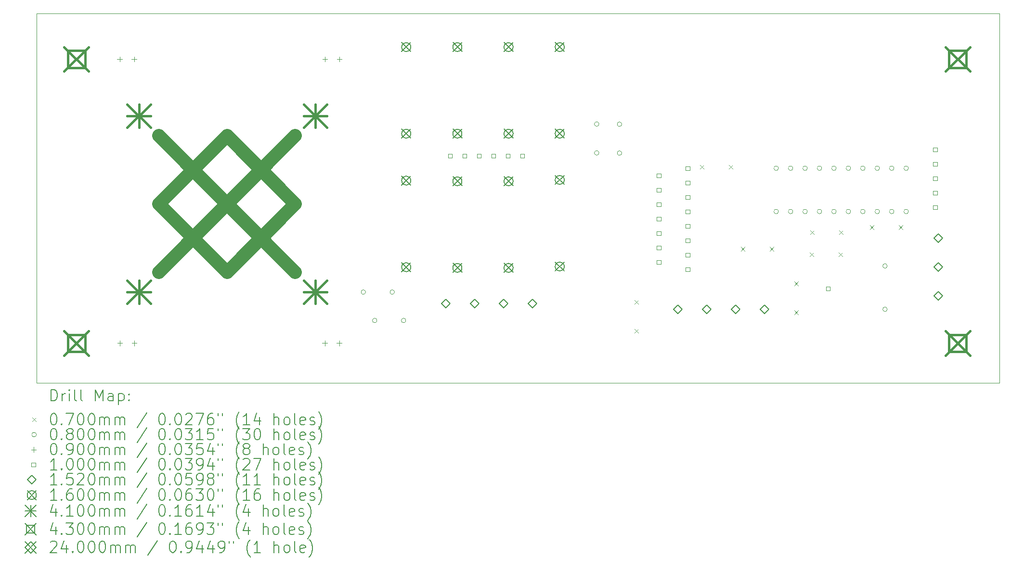
<source format=gbr>
%TF.GenerationSoftware,KiCad,Pcbnew,(6.0.11)*%
%TF.CreationDate,2023-02-08T23:31:20+00:00*%
%TF.ProjectId,StepperDemoPCB,53746570-7065-4724-9465-6d6f5043422e,rev?*%
%TF.SameCoordinates,Original*%
%TF.FileFunction,Drillmap*%
%TF.FilePolarity,Positive*%
%FSLAX45Y45*%
G04 Gerber Fmt 4.5, Leading zero omitted, Abs format (unit mm)*
G04 Created by KiCad (PCBNEW (6.0.11)) date 2023-02-08 23:31:20*
%MOMM*%
%LPD*%
G01*
G04 APERTURE LIST*
%ADD10C,0.100000*%
%ADD11C,0.200000*%
%ADD12C,0.070000*%
%ADD13C,0.080000*%
%ADD14C,0.090000*%
%ADD15C,0.152000*%
%ADD16C,0.160000*%
%ADD17C,0.410000*%
%ADD18C,0.430000*%
%ADD19C,2.400000*%
G04 APERTURE END LIST*
D10*
X3300000Y-3600000D02*
X20230000Y-3600000D01*
X20230000Y-3600000D02*
X20230000Y-10100000D01*
X20230000Y-10100000D02*
X3300000Y-10100000D01*
X3300000Y-10100000D02*
X3300000Y-3600000D01*
D11*
D12*
X13815000Y-8641000D02*
X13885000Y-8711000D01*
X13885000Y-8641000D02*
X13815000Y-8711000D01*
X13815000Y-9149000D02*
X13885000Y-9219000D01*
X13885000Y-9149000D02*
X13815000Y-9219000D01*
X14965000Y-6265000D02*
X15035000Y-6335000D01*
X15035000Y-6265000D02*
X14965000Y-6335000D01*
X15473000Y-6265000D02*
X15543000Y-6335000D01*
X15543000Y-6265000D02*
X15473000Y-6335000D01*
X15685000Y-7705000D02*
X15755000Y-7775000D01*
X15755000Y-7705000D02*
X15685000Y-7775000D01*
X16193000Y-7705000D02*
X16263000Y-7775000D01*
X16263000Y-7705000D02*
X16193000Y-7775000D01*
X16625000Y-8315000D02*
X16695000Y-8385000D01*
X16695000Y-8315000D02*
X16625000Y-8385000D01*
X16625000Y-8823000D02*
X16695000Y-8893000D01*
X16695000Y-8823000D02*
X16625000Y-8893000D01*
X16897000Y-7805000D02*
X16967000Y-7875000D01*
X16967000Y-7805000D02*
X16897000Y-7875000D01*
X16907000Y-7415000D02*
X16977000Y-7485000D01*
X16977000Y-7415000D02*
X16907000Y-7485000D01*
X17405000Y-7805000D02*
X17475000Y-7875000D01*
X17475000Y-7805000D02*
X17405000Y-7875000D01*
X17415000Y-7415000D02*
X17485000Y-7485000D01*
X17485000Y-7415000D02*
X17415000Y-7485000D01*
X17957000Y-7325000D02*
X18027000Y-7395000D01*
X18027000Y-7325000D02*
X17957000Y-7395000D01*
X18465000Y-7325000D02*
X18535000Y-7395000D01*
X18535000Y-7325000D02*
X18465000Y-7395000D01*
D13*
X9085500Y-8500000D02*
G75*
G03*
X9085500Y-8500000I-40000J0D01*
G01*
X9285500Y-9000000D02*
G75*
G03*
X9285500Y-9000000I-40000J0D01*
G01*
X9593500Y-8500000D02*
G75*
G03*
X9593500Y-8500000I-40000J0D01*
G01*
X9793500Y-9000000D02*
G75*
G03*
X9793500Y-9000000I-40000J0D01*
G01*
X13190000Y-5542000D02*
G75*
G03*
X13190000Y-5542000I-40000J0D01*
G01*
X13190000Y-6050000D02*
G75*
G03*
X13190000Y-6050000I-40000J0D01*
G01*
X13590000Y-5545500D02*
G75*
G03*
X13590000Y-5545500I-40000J0D01*
G01*
X13590000Y-6053500D02*
G75*
G03*
X13590000Y-6053500I-40000J0D01*
G01*
X16346500Y-6320000D02*
G75*
G03*
X16346500Y-6320000I-40000J0D01*
G01*
X16346500Y-7082000D02*
G75*
G03*
X16346500Y-7082000I-40000J0D01*
G01*
X16600500Y-6320000D02*
G75*
G03*
X16600500Y-6320000I-40000J0D01*
G01*
X16600500Y-7082000D02*
G75*
G03*
X16600500Y-7082000I-40000J0D01*
G01*
X16854500Y-6320000D02*
G75*
G03*
X16854500Y-6320000I-40000J0D01*
G01*
X16854500Y-7082000D02*
G75*
G03*
X16854500Y-7082000I-40000J0D01*
G01*
X17108500Y-6320000D02*
G75*
G03*
X17108500Y-6320000I-40000J0D01*
G01*
X17108500Y-7082000D02*
G75*
G03*
X17108500Y-7082000I-40000J0D01*
G01*
X17362500Y-6320000D02*
G75*
G03*
X17362500Y-6320000I-40000J0D01*
G01*
X17362500Y-7082000D02*
G75*
G03*
X17362500Y-7082000I-40000J0D01*
G01*
X17616500Y-6320000D02*
G75*
G03*
X17616500Y-6320000I-40000J0D01*
G01*
X17616500Y-7082000D02*
G75*
G03*
X17616500Y-7082000I-40000J0D01*
G01*
X17870500Y-6320000D02*
G75*
G03*
X17870500Y-6320000I-40000J0D01*
G01*
X17870500Y-7082000D02*
G75*
G03*
X17870500Y-7082000I-40000J0D01*
G01*
X18124500Y-6320000D02*
G75*
G03*
X18124500Y-6320000I-40000J0D01*
G01*
X18124500Y-7082000D02*
G75*
G03*
X18124500Y-7082000I-40000J0D01*
G01*
X18260000Y-8040000D02*
G75*
G03*
X18260000Y-8040000I-40000J0D01*
G01*
X18260000Y-8802000D02*
G75*
G03*
X18260000Y-8802000I-40000J0D01*
G01*
X18378500Y-6320000D02*
G75*
G03*
X18378500Y-6320000I-40000J0D01*
G01*
X18378500Y-7082000D02*
G75*
G03*
X18378500Y-7082000I-40000J0D01*
G01*
X18632500Y-6320000D02*
G75*
G03*
X18632500Y-6320000I-40000J0D01*
G01*
X18632500Y-7082000D02*
G75*
G03*
X18632500Y-7082000I-40000J0D01*
G01*
D14*
X4760500Y-4355000D02*
X4760500Y-4445000D01*
X4715500Y-4400000D02*
X4805500Y-4400000D01*
X4765500Y-9355000D02*
X4765500Y-9445000D01*
X4720500Y-9400000D02*
X4810500Y-9400000D01*
X5014500Y-4355000D02*
X5014500Y-4445000D01*
X4969500Y-4400000D02*
X5059500Y-4400000D01*
X5019500Y-9355000D02*
X5019500Y-9445000D01*
X4974500Y-9400000D02*
X5064500Y-9400000D01*
X8367000Y-9355000D02*
X8367000Y-9445000D01*
X8322000Y-9400000D02*
X8412000Y-9400000D01*
X8372500Y-4355000D02*
X8372500Y-4445000D01*
X8327500Y-4400000D02*
X8417500Y-4400000D01*
X8621000Y-9355000D02*
X8621000Y-9445000D01*
X8576000Y-9400000D02*
X8666000Y-9400000D01*
X8626500Y-4355000D02*
X8626500Y-4445000D01*
X8581500Y-4400000D02*
X8671500Y-4400000D01*
D10*
X10606356Y-6135356D02*
X10606356Y-6064644D01*
X10535644Y-6064644D01*
X10535644Y-6135356D01*
X10606356Y-6135356D01*
X10860356Y-6135356D02*
X10860356Y-6064644D01*
X10789644Y-6064644D01*
X10789644Y-6135356D01*
X10860356Y-6135356D01*
X11114356Y-6135356D02*
X11114356Y-6064644D01*
X11043644Y-6064644D01*
X11043644Y-6135356D01*
X11114356Y-6135356D01*
X11368356Y-6135356D02*
X11368356Y-6064644D01*
X11297644Y-6064644D01*
X11297644Y-6135356D01*
X11368356Y-6135356D01*
X11622356Y-6135356D02*
X11622356Y-6064644D01*
X11551644Y-6064644D01*
X11551644Y-6135356D01*
X11622356Y-6135356D01*
X11876356Y-6135356D02*
X11876356Y-6064644D01*
X11805644Y-6064644D01*
X11805644Y-6135356D01*
X11876356Y-6135356D01*
X14277356Y-6484356D02*
X14277356Y-6413644D01*
X14206644Y-6413644D01*
X14206644Y-6484356D01*
X14277356Y-6484356D01*
X14277356Y-6738356D02*
X14277356Y-6667644D01*
X14206644Y-6667644D01*
X14206644Y-6738356D01*
X14277356Y-6738356D01*
X14277356Y-6992356D02*
X14277356Y-6921644D01*
X14206644Y-6921644D01*
X14206644Y-6992356D01*
X14277356Y-6992356D01*
X14277356Y-7246356D02*
X14277356Y-7175644D01*
X14206644Y-7175644D01*
X14206644Y-7246356D01*
X14277356Y-7246356D01*
X14277356Y-7500356D02*
X14277356Y-7429644D01*
X14206644Y-7429644D01*
X14206644Y-7500356D01*
X14277356Y-7500356D01*
X14277356Y-7754356D02*
X14277356Y-7683644D01*
X14206644Y-7683644D01*
X14206644Y-7754356D01*
X14277356Y-7754356D01*
X14277356Y-8008356D02*
X14277356Y-7937644D01*
X14206644Y-7937644D01*
X14206644Y-8008356D01*
X14277356Y-8008356D01*
X14785356Y-6357356D02*
X14785356Y-6286644D01*
X14714644Y-6286644D01*
X14714644Y-6357356D01*
X14785356Y-6357356D01*
X14785356Y-6611356D02*
X14785356Y-6540644D01*
X14714644Y-6540644D01*
X14714644Y-6611356D01*
X14785356Y-6611356D01*
X14785356Y-6865356D02*
X14785356Y-6794644D01*
X14714644Y-6794644D01*
X14714644Y-6865356D01*
X14785356Y-6865356D01*
X14785356Y-7119356D02*
X14785356Y-7048644D01*
X14714644Y-7048644D01*
X14714644Y-7119356D01*
X14785356Y-7119356D01*
X14785356Y-7373356D02*
X14785356Y-7302644D01*
X14714644Y-7302644D01*
X14714644Y-7373356D01*
X14785356Y-7373356D01*
X14785356Y-7627356D02*
X14785356Y-7556644D01*
X14714644Y-7556644D01*
X14714644Y-7627356D01*
X14785356Y-7627356D01*
X14785356Y-7881356D02*
X14785356Y-7810644D01*
X14714644Y-7810644D01*
X14714644Y-7881356D01*
X14785356Y-7881356D01*
X14785356Y-8135356D02*
X14785356Y-8064644D01*
X14714644Y-8064644D01*
X14714644Y-8135356D01*
X14785356Y-8135356D01*
X17255356Y-8475356D02*
X17255356Y-8404644D01*
X17184644Y-8404644D01*
X17184644Y-8475356D01*
X17255356Y-8475356D01*
X19137856Y-6030356D02*
X19137856Y-5959644D01*
X19067144Y-5959644D01*
X19067144Y-6030356D01*
X19137856Y-6030356D01*
X19137856Y-6284356D02*
X19137856Y-6213644D01*
X19067144Y-6213644D01*
X19067144Y-6284356D01*
X19137856Y-6284356D01*
X19137856Y-6538356D02*
X19137856Y-6467644D01*
X19067144Y-6467644D01*
X19067144Y-6538356D01*
X19137856Y-6538356D01*
X19137856Y-6792356D02*
X19137856Y-6721644D01*
X19067144Y-6721644D01*
X19067144Y-6792356D01*
X19137856Y-6792356D01*
X19137856Y-7046356D02*
X19137856Y-6975644D01*
X19067144Y-6975644D01*
X19067144Y-7046356D01*
X19137856Y-7046356D01*
D15*
X10500000Y-8776000D02*
X10576000Y-8700000D01*
X10500000Y-8624000D01*
X10424000Y-8700000D01*
X10500000Y-8776000D01*
X11008000Y-8776000D02*
X11084000Y-8700000D01*
X11008000Y-8624000D01*
X10932000Y-8700000D01*
X11008000Y-8776000D01*
X11516000Y-8776000D02*
X11592000Y-8700000D01*
X11516000Y-8624000D01*
X11440000Y-8700000D01*
X11516000Y-8776000D01*
X12024000Y-8776000D02*
X12100000Y-8700000D01*
X12024000Y-8624000D01*
X11948000Y-8700000D01*
X12024000Y-8776000D01*
X14576000Y-8876000D02*
X14652000Y-8800000D01*
X14576000Y-8724000D01*
X14500000Y-8800000D01*
X14576000Y-8876000D01*
X15084000Y-8876000D02*
X15160000Y-8800000D01*
X15084000Y-8724000D01*
X15008000Y-8800000D01*
X15084000Y-8876000D01*
X15592000Y-8876000D02*
X15668000Y-8800000D01*
X15592000Y-8724000D01*
X15516000Y-8800000D01*
X15592000Y-8876000D01*
X16100000Y-8876000D02*
X16176000Y-8800000D01*
X16100000Y-8724000D01*
X16024000Y-8800000D01*
X16100000Y-8876000D01*
X19160000Y-7628000D02*
X19236000Y-7552000D01*
X19160000Y-7476000D01*
X19084000Y-7552000D01*
X19160000Y-7628000D01*
X19160000Y-8136000D02*
X19236000Y-8060000D01*
X19160000Y-7984000D01*
X19084000Y-8060000D01*
X19160000Y-8136000D01*
X19160000Y-8644000D02*
X19236000Y-8568000D01*
X19160000Y-8492000D01*
X19084000Y-8568000D01*
X19160000Y-8644000D01*
D16*
X9720000Y-4108000D02*
X9880000Y-4268000D01*
X9880000Y-4108000D02*
X9720000Y-4268000D01*
X9880000Y-4188000D02*
G75*
G03*
X9880000Y-4188000I-80000J0D01*
G01*
X9720000Y-5632000D02*
X9880000Y-5792000D01*
X9880000Y-5632000D02*
X9720000Y-5792000D01*
X9880000Y-5712000D02*
G75*
G03*
X9880000Y-5712000I-80000J0D01*
G01*
X9720000Y-6458000D02*
X9880000Y-6618000D01*
X9880000Y-6458000D02*
X9720000Y-6618000D01*
X9880000Y-6538000D02*
G75*
G03*
X9880000Y-6538000I-80000J0D01*
G01*
X9720000Y-7982000D02*
X9880000Y-8142000D01*
X9880000Y-7982000D02*
X9720000Y-8142000D01*
X9880000Y-8062000D02*
G75*
G03*
X9880000Y-8062000I-80000J0D01*
G01*
X10620000Y-4108000D02*
X10780000Y-4268000D01*
X10780000Y-4108000D02*
X10620000Y-4268000D01*
X10780000Y-4188000D02*
G75*
G03*
X10780000Y-4188000I-80000J0D01*
G01*
X10620000Y-5632000D02*
X10780000Y-5792000D01*
X10780000Y-5632000D02*
X10620000Y-5792000D01*
X10780000Y-5712000D02*
G75*
G03*
X10780000Y-5712000I-80000J0D01*
G01*
X10620000Y-6470000D02*
X10780000Y-6630000D01*
X10780000Y-6470000D02*
X10620000Y-6630000D01*
X10780000Y-6550000D02*
G75*
G03*
X10780000Y-6550000I-80000J0D01*
G01*
X10620000Y-7994000D02*
X10780000Y-8154000D01*
X10780000Y-7994000D02*
X10620000Y-8154000D01*
X10780000Y-8074000D02*
G75*
G03*
X10780000Y-8074000I-80000J0D01*
G01*
X11520000Y-4108000D02*
X11680000Y-4268000D01*
X11680000Y-4108000D02*
X11520000Y-4268000D01*
X11680000Y-4188000D02*
G75*
G03*
X11680000Y-4188000I-80000J0D01*
G01*
X11520000Y-5632000D02*
X11680000Y-5792000D01*
X11680000Y-5632000D02*
X11520000Y-5792000D01*
X11680000Y-5712000D02*
G75*
G03*
X11680000Y-5712000I-80000J0D01*
G01*
X11520000Y-6470000D02*
X11680000Y-6630000D01*
X11680000Y-6470000D02*
X11520000Y-6630000D01*
X11680000Y-6550000D02*
G75*
G03*
X11680000Y-6550000I-80000J0D01*
G01*
X11520000Y-7994000D02*
X11680000Y-8154000D01*
X11680000Y-7994000D02*
X11520000Y-8154000D01*
X11680000Y-8074000D02*
G75*
G03*
X11680000Y-8074000I-80000J0D01*
G01*
X12420000Y-4108000D02*
X12580000Y-4268000D01*
X12580000Y-4108000D02*
X12420000Y-4268000D01*
X12580000Y-4188000D02*
G75*
G03*
X12580000Y-4188000I-80000J0D01*
G01*
X12420000Y-5632000D02*
X12580000Y-5792000D01*
X12580000Y-5632000D02*
X12420000Y-5792000D01*
X12580000Y-5712000D02*
G75*
G03*
X12580000Y-5712000I-80000J0D01*
G01*
X12420000Y-6446000D02*
X12580000Y-6606000D01*
X12580000Y-6446000D02*
X12420000Y-6606000D01*
X12580000Y-6526000D02*
G75*
G03*
X12580000Y-6526000I-80000J0D01*
G01*
X12420000Y-7970000D02*
X12580000Y-8130000D01*
X12580000Y-7970000D02*
X12420000Y-8130000D01*
X12580000Y-8050000D02*
G75*
G03*
X12580000Y-8050000I-80000J0D01*
G01*
D17*
X4895000Y-5195000D02*
X5305000Y-5605000D01*
X5305000Y-5195000D02*
X4895000Y-5605000D01*
X5100000Y-5195000D02*
X5100000Y-5605000D01*
X4895000Y-5400000D02*
X5305000Y-5400000D01*
X4895000Y-8295000D02*
X5305000Y-8705000D01*
X5305000Y-8295000D02*
X4895000Y-8705000D01*
X5100000Y-8295000D02*
X5100000Y-8705000D01*
X4895000Y-8500000D02*
X5305000Y-8500000D01*
X7995000Y-5195000D02*
X8405000Y-5605000D01*
X8405000Y-5195000D02*
X7995000Y-5605000D01*
X8200000Y-5195000D02*
X8200000Y-5605000D01*
X7995000Y-5400000D02*
X8405000Y-5400000D01*
X7995000Y-8295000D02*
X8405000Y-8705000D01*
X8405000Y-8295000D02*
X7995000Y-8705000D01*
X8200000Y-8295000D02*
X8200000Y-8705000D01*
X7995000Y-8500000D02*
X8405000Y-8500000D01*
D18*
X3785000Y-4185000D02*
X4215000Y-4615000D01*
X4215000Y-4185000D02*
X3785000Y-4615000D01*
X4152029Y-4552029D02*
X4152029Y-4247971D01*
X3847971Y-4247971D01*
X3847971Y-4552029D01*
X4152029Y-4552029D01*
X3785000Y-9185000D02*
X4215000Y-9615000D01*
X4215000Y-9185000D02*
X3785000Y-9615000D01*
X4152029Y-9552029D02*
X4152029Y-9247971D01*
X3847971Y-9247971D01*
X3847971Y-9552029D01*
X4152029Y-9552029D01*
X19285000Y-4185000D02*
X19715000Y-4615000D01*
X19715000Y-4185000D02*
X19285000Y-4615000D01*
X19652029Y-4552029D02*
X19652029Y-4247971D01*
X19347971Y-4247971D01*
X19347971Y-4552029D01*
X19652029Y-4552029D01*
X19285000Y-9185000D02*
X19715000Y-9615000D01*
X19715000Y-9185000D02*
X19285000Y-9615000D01*
X19652029Y-9552029D02*
X19652029Y-9247971D01*
X19347971Y-9247971D01*
X19347971Y-9552029D01*
X19652029Y-9552029D01*
D19*
X5450000Y-5750000D02*
X7850000Y-8150000D01*
X7850000Y-5750000D02*
X5450000Y-8150000D01*
X6650000Y-8150000D02*
X7850000Y-6950000D01*
X6650000Y-5750000D01*
X5450000Y-6950000D01*
X6650000Y-8150000D01*
D11*
X3552619Y-10415476D02*
X3552619Y-10215476D01*
X3600238Y-10215476D01*
X3628809Y-10225000D01*
X3647857Y-10244048D01*
X3657381Y-10263095D01*
X3666905Y-10301190D01*
X3666905Y-10329762D01*
X3657381Y-10367857D01*
X3647857Y-10386905D01*
X3628809Y-10405952D01*
X3600238Y-10415476D01*
X3552619Y-10415476D01*
X3752619Y-10415476D02*
X3752619Y-10282143D01*
X3752619Y-10320238D02*
X3762143Y-10301190D01*
X3771667Y-10291667D01*
X3790714Y-10282143D01*
X3809762Y-10282143D01*
X3876428Y-10415476D02*
X3876428Y-10282143D01*
X3876428Y-10215476D02*
X3866905Y-10225000D01*
X3876428Y-10234524D01*
X3885952Y-10225000D01*
X3876428Y-10215476D01*
X3876428Y-10234524D01*
X4000238Y-10415476D02*
X3981190Y-10405952D01*
X3971667Y-10386905D01*
X3971667Y-10215476D01*
X4105000Y-10415476D02*
X4085952Y-10405952D01*
X4076428Y-10386905D01*
X4076428Y-10215476D01*
X4333571Y-10415476D02*
X4333571Y-10215476D01*
X4400238Y-10358333D01*
X4466905Y-10215476D01*
X4466905Y-10415476D01*
X4647857Y-10415476D02*
X4647857Y-10310714D01*
X4638333Y-10291667D01*
X4619286Y-10282143D01*
X4581190Y-10282143D01*
X4562143Y-10291667D01*
X4647857Y-10405952D02*
X4628810Y-10415476D01*
X4581190Y-10415476D01*
X4562143Y-10405952D01*
X4552619Y-10386905D01*
X4552619Y-10367857D01*
X4562143Y-10348810D01*
X4581190Y-10339286D01*
X4628810Y-10339286D01*
X4647857Y-10329762D01*
X4743095Y-10282143D02*
X4743095Y-10482143D01*
X4743095Y-10291667D02*
X4762143Y-10282143D01*
X4800238Y-10282143D01*
X4819286Y-10291667D01*
X4828810Y-10301190D01*
X4838333Y-10320238D01*
X4838333Y-10377381D01*
X4828810Y-10396429D01*
X4819286Y-10405952D01*
X4800238Y-10415476D01*
X4762143Y-10415476D01*
X4743095Y-10405952D01*
X4924048Y-10396429D02*
X4933571Y-10405952D01*
X4924048Y-10415476D01*
X4914524Y-10405952D01*
X4924048Y-10396429D01*
X4924048Y-10415476D01*
X4924048Y-10291667D02*
X4933571Y-10301190D01*
X4924048Y-10310714D01*
X4914524Y-10301190D01*
X4924048Y-10291667D01*
X4924048Y-10310714D01*
D12*
X3225000Y-10710000D02*
X3295000Y-10780000D01*
X3295000Y-10710000D02*
X3225000Y-10780000D01*
D11*
X3590714Y-10635476D02*
X3609762Y-10635476D01*
X3628809Y-10645000D01*
X3638333Y-10654524D01*
X3647857Y-10673571D01*
X3657381Y-10711667D01*
X3657381Y-10759286D01*
X3647857Y-10797381D01*
X3638333Y-10816429D01*
X3628809Y-10825952D01*
X3609762Y-10835476D01*
X3590714Y-10835476D01*
X3571667Y-10825952D01*
X3562143Y-10816429D01*
X3552619Y-10797381D01*
X3543095Y-10759286D01*
X3543095Y-10711667D01*
X3552619Y-10673571D01*
X3562143Y-10654524D01*
X3571667Y-10645000D01*
X3590714Y-10635476D01*
X3743095Y-10816429D02*
X3752619Y-10825952D01*
X3743095Y-10835476D01*
X3733571Y-10825952D01*
X3743095Y-10816429D01*
X3743095Y-10835476D01*
X3819286Y-10635476D02*
X3952619Y-10635476D01*
X3866905Y-10835476D01*
X4066905Y-10635476D02*
X4085952Y-10635476D01*
X4105000Y-10645000D01*
X4114524Y-10654524D01*
X4124048Y-10673571D01*
X4133571Y-10711667D01*
X4133571Y-10759286D01*
X4124048Y-10797381D01*
X4114524Y-10816429D01*
X4105000Y-10825952D01*
X4085952Y-10835476D01*
X4066905Y-10835476D01*
X4047857Y-10825952D01*
X4038333Y-10816429D01*
X4028809Y-10797381D01*
X4019286Y-10759286D01*
X4019286Y-10711667D01*
X4028809Y-10673571D01*
X4038333Y-10654524D01*
X4047857Y-10645000D01*
X4066905Y-10635476D01*
X4257381Y-10635476D02*
X4276429Y-10635476D01*
X4295476Y-10645000D01*
X4305000Y-10654524D01*
X4314524Y-10673571D01*
X4324048Y-10711667D01*
X4324048Y-10759286D01*
X4314524Y-10797381D01*
X4305000Y-10816429D01*
X4295476Y-10825952D01*
X4276429Y-10835476D01*
X4257381Y-10835476D01*
X4238333Y-10825952D01*
X4228810Y-10816429D01*
X4219286Y-10797381D01*
X4209762Y-10759286D01*
X4209762Y-10711667D01*
X4219286Y-10673571D01*
X4228810Y-10654524D01*
X4238333Y-10645000D01*
X4257381Y-10635476D01*
X4409762Y-10835476D02*
X4409762Y-10702143D01*
X4409762Y-10721190D02*
X4419286Y-10711667D01*
X4438333Y-10702143D01*
X4466905Y-10702143D01*
X4485952Y-10711667D01*
X4495476Y-10730714D01*
X4495476Y-10835476D01*
X4495476Y-10730714D02*
X4505000Y-10711667D01*
X4524048Y-10702143D01*
X4552619Y-10702143D01*
X4571667Y-10711667D01*
X4581190Y-10730714D01*
X4581190Y-10835476D01*
X4676429Y-10835476D02*
X4676429Y-10702143D01*
X4676429Y-10721190D02*
X4685952Y-10711667D01*
X4705000Y-10702143D01*
X4733571Y-10702143D01*
X4752619Y-10711667D01*
X4762143Y-10730714D01*
X4762143Y-10835476D01*
X4762143Y-10730714D02*
X4771667Y-10711667D01*
X4790714Y-10702143D01*
X4819286Y-10702143D01*
X4838333Y-10711667D01*
X4847857Y-10730714D01*
X4847857Y-10835476D01*
X5238333Y-10625952D02*
X5066905Y-10883095D01*
X5495476Y-10635476D02*
X5514524Y-10635476D01*
X5533571Y-10645000D01*
X5543095Y-10654524D01*
X5552619Y-10673571D01*
X5562143Y-10711667D01*
X5562143Y-10759286D01*
X5552619Y-10797381D01*
X5543095Y-10816429D01*
X5533571Y-10825952D01*
X5514524Y-10835476D01*
X5495476Y-10835476D01*
X5476429Y-10825952D01*
X5466905Y-10816429D01*
X5457381Y-10797381D01*
X5447857Y-10759286D01*
X5447857Y-10711667D01*
X5457381Y-10673571D01*
X5466905Y-10654524D01*
X5476429Y-10645000D01*
X5495476Y-10635476D01*
X5647857Y-10816429D02*
X5657381Y-10825952D01*
X5647857Y-10835476D01*
X5638333Y-10825952D01*
X5647857Y-10816429D01*
X5647857Y-10835476D01*
X5781190Y-10635476D02*
X5800238Y-10635476D01*
X5819286Y-10645000D01*
X5828809Y-10654524D01*
X5838333Y-10673571D01*
X5847857Y-10711667D01*
X5847857Y-10759286D01*
X5838333Y-10797381D01*
X5828809Y-10816429D01*
X5819286Y-10825952D01*
X5800238Y-10835476D01*
X5781190Y-10835476D01*
X5762143Y-10825952D01*
X5752619Y-10816429D01*
X5743095Y-10797381D01*
X5733571Y-10759286D01*
X5733571Y-10711667D01*
X5743095Y-10673571D01*
X5752619Y-10654524D01*
X5762143Y-10645000D01*
X5781190Y-10635476D01*
X5924048Y-10654524D02*
X5933571Y-10645000D01*
X5952619Y-10635476D01*
X6000238Y-10635476D01*
X6019286Y-10645000D01*
X6028809Y-10654524D01*
X6038333Y-10673571D01*
X6038333Y-10692619D01*
X6028809Y-10721190D01*
X5914524Y-10835476D01*
X6038333Y-10835476D01*
X6105000Y-10635476D02*
X6238333Y-10635476D01*
X6152619Y-10835476D01*
X6400238Y-10635476D02*
X6362143Y-10635476D01*
X6343095Y-10645000D01*
X6333571Y-10654524D01*
X6314524Y-10683095D01*
X6305000Y-10721190D01*
X6305000Y-10797381D01*
X6314524Y-10816429D01*
X6324048Y-10825952D01*
X6343095Y-10835476D01*
X6381190Y-10835476D01*
X6400238Y-10825952D01*
X6409762Y-10816429D01*
X6419286Y-10797381D01*
X6419286Y-10749762D01*
X6409762Y-10730714D01*
X6400238Y-10721190D01*
X6381190Y-10711667D01*
X6343095Y-10711667D01*
X6324048Y-10721190D01*
X6314524Y-10730714D01*
X6305000Y-10749762D01*
X6495476Y-10635476D02*
X6495476Y-10673571D01*
X6571667Y-10635476D02*
X6571667Y-10673571D01*
X6866905Y-10911667D02*
X6857381Y-10902143D01*
X6838333Y-10873571D01*
X6828809Y-10854524D01*
X6819286Y-10825952D01*
X6809762Y-10778333D01*
X6809762Y-10740238D01*
X6819286Y-10692619D01*
X6828809Y-10664048D01*
X6838333Y-10645000D01*
X6857381Y-10616429D01*
X6866905Y-10606905D01*
X7047857Y-10835476D02*
X6933571Y-10835476D01*
X6990714Y-10835476D02*
X6990714Y-10635476D01*
X6971667Y-10664048D01*
X6952619Y-10683095D01*
X6933571Y-10692619D01*
X7219286Y-10702143D02*
X7219286Y-10835476D01*
X7171667Y-10625952D02*
X7124048Y-10768810D01*
X7247857Y-10768810D01*
X7476428Y-10835476D02*
X7476428Y-10635476D01*
X7562143Y-10835476D02*
X7562143Y-10730714D01*
X7552619Y-10711667D01*
X7533571Y-10702143D01*
X7505000Y-10702143D01*
X7485952Y-10711667D01*
X7476428Y-10721190D01*
X7685952Y-10835476D02*
X7666905Y-10825952D01*
X7657381Y-10816429D01*
X7647857Y-10797381D01*
X7647857Y-10740238D01*
X7657381Y-10721190D01*
X7666905Y-10711667D01*
X7685952Y-10702143D01*
X7714524Y-10702143D01*
X7733571Y-10711667D01*
X7743095Y-10721190D01*
X7752619Y-10740238D01*
X7752619Y-10797381D01*
X7743095Y-10816429D01*
X7733571Y-10825952D01*
X7714524Y-10835476D01*
X7685952Y-10835476D01*
X7866905Y-10835476D02*
X7847857Y-10825952D01*
X7838333Y-10806905D01*
X7838333Y-10635476D01*
X8019286Y-10825952D02*
X8000238Y-10835476D01*
X7962143Y-10835476D01*
X7943095Y-10825952D01*
X7933571Y-10806905D01*
X7933571Y-10730714D01*
X7943095Y-10711667D01*
X7962143Y-10702143D01*
X8000238Y-10702143D01*
X8019286Y-10711667D01*
X8028809Y-10730714D01*
X8028809Y-10749762D01*
X7933571Y-10768810D01*
X8105000Y-10825952D02*
X8124048Y-10835476D01*
X8162143Y-10835476D01*
X8181190Y-10825952D01*
X8190714Y-10806905D01*
X8190714Y-10797381D01*
X8181190Y-10778333D01*
X8162143Y-10768810D01*
X8133571Y-10768810D01*
X8114524Y-10759286D01*
X8105000Y-10740238D01*
X8105000Y-10730714D01*
X8114524Y-10711667D01*
X8133571Y-10702143D01*
X8162143Y-10702143D01*
X8181190Y-10711667D01*
X8257381Y-10911667D02*
X8266905Y-10902143D01*
X8285952Y-10873571D01*
X8295476Y-10854524D01*
X8305000Y-10825952D01*
X8314524Y-10778333D01*
X8314524Y-10740238D01*
X8305000Y-10692619D01*
X8295476Y-10664048D01*
X8285952Y-10645000D01*
X8266905Y-10616429D01*
X8257381Y-10606905D01*
D13*
X3295000Y-11009000D02*
G75*
G03*
X3295000Y-11009000I-40000J0D01*
G01*
D11*
X3590714Y-10899476D02*
X3609762Y-10899476D01*
X3628809Y-10909000D01*
X3638333Y-10918524D01*
X3647857Y-10937571D01*
X3657381Y-10975667D01*
X3657381Y-11023286D01*
X3647857Y-11061381D01*
X3638333Y-11080429D01*
X3628809Y-11089952D01*
X3609762Y-11099476D01*
X3590714Y-11099476D01*
X3571667Y-11089952D01*
X3562143Y-11080429D01*
X3552619Y-11061381D01*
X3543095Y-11023286D01*
X3543095Y-10975667D01*
X3552619Y-10937571D01*
X3562143Y-10918524D01*
X3571667Y-10909000D01*
X3590714Y-10899476D01*
X3743095Y-11080429D02*
X3752619Y-11089952D01*
X3743095Y-11099476D01*
X3733571Y-11089952D01*
X3743095Y-11080429D01*
X3743095Y-11099476D01*
X3866905Y-10985190D02*
X3847857Y-10975667D01*
X3838333Y-10966143D01*
X3828809Y-10947095D01*
X3828809Y-10937571D01*
X3838333Y-10918524D01*
X3847857Y-10909000D01*
X3866905Y-10899476D01*
X3905000Y-10899476D01*
X3924048Y-10909000D01*
X3933571Y-10918524D01*
X3943095Y-10937571D01*
X3943095Y-10947095D01*
X3933571Y-10966143D01*
X3924048Y-10975667D01*
X3905000Y-10985190D01*
X3866905Y-10985190D01*
X3847857Y-10994714D01*
X3838333Y-11004238D01*
X3828809Y-11023286D01*
X3828809Y-11061381D01*
X3838333Y-11080429D01*
X3847857Y-11089952D01*
X3866905Y-11099476D01*
X3905000Y-11099476D01*
X3924048Y-11089952D01*
X3933571Y-11080429D01*
X3943095Y-11061381D01*
X3943095Y-11023286D01*
X3933571Y-11004238D01*
X3924048Y-10994714D01*
X3905000Y-10985190D01*
X4066905Y-10899476D02*
X4085952Y-10899476D01*
X4105000Y-10909000D01*
X4114524Y-10918524D01*
X4124048Y-10937571D01*
X4133571Y-10975667D01*
X4133571Y-11023286D01*
X4124048Y-11061381D01*
X4114524Y-11080429D01*
X4105000Y-11089952D01*
X4085952Y-11099476D01*
X4066905Y-11099476D01*
X4047857Y-11089952D01*
X4038333Y-11080429D01*
X4028809Y-11061381D01*
X4019286Y-11023286D01*
X4019286Y-10975667D01*
X4028809Y-10937571D01*
X4038333Y-10918524D01*
X4047857Y-10909000D01*
X4066905Y-10899476D01*
X4257381Y-10899476D02*
X4276429Y-10899476D01*
X4295476Y-10909000D01*
X4305000Y-10918524D01*
X4314524Y-10937571D01*
X4324048Y-10975667D01*
X4324048Y-11023286D01*
X4314524Y-11061381D01*
X4305000Y-11080429D01*
X4295476Y-11089952D01*
X4276429Y-11099476D01*
X4257381Y-11099476D01*
X4238333Y-11089952D01*
X4228810Y-11080429D01*
X4219286Y-11061381D01*
X4209762Y-11023286D01*
X4209762Y-10975667D01*
X4219286Y-10937571D01*
X4228810Y-10918524D01*
X4238333Y-10909000D01*
X4257381Y-10899476D01*
X4409762Y-11099476D02*
X4409762Y-10966143D01*
X4409762Y-10985190D02*
X4419286Y-10975667D01*
X4438333Y-10966143D01*
X4466905Y-10966143D01*
X4485952Y-10975667D01*
X4495476Y-10994714D01*
X4495476Y-11099476D01*
X4495476Y-10994714D02*
X4505000Y-10975667D01*
X4524048Y-10966143D01*
X4552619Y-10966143D01*
X4571667Y-10975667D01*
X4581190Y-10994714D01*
X4581190Y-11099476D01*
X4676429Y-11099476D02*
X4676429Y-10966143D01*
X4676429Y-10985190D02*
X4685952Y-10975667D01*
X4705000Y-10966143D01*
X4733571Y-10966143D01*
X4752619Y-10975667D01*
X4762143Y-10994714D01*
X4762143Y-11099476D01*
X4762143Y-10994714D02*
X4771667Y-10975667D01*
X4790714Y-10966143D01*
X4819286Y-10966143D01*
X4838333Y-10975667D01*
X4847857Y-10994714D01*
X4847857Y-11099476D01*
X5238333Y-10889952D02*
X5066905Y-11147095D01*
X5495476Y-10899476D02*
X5514524Y-10899476D01*
X5533571Y-10909000D01*
X5543095Y-10918524D01*
X5552619Y-10937571D01*
X5562143Y-10975667D01*
X5562143Y-11023286D01*
X5552619Y-11061381D01*
X5543095Y-11080429D01*
X5533571Y-11089952D01*
X5514524Y-11099476D01*
X5495476Y-11099476D01*
X5476429Y-11089952D01*
X5466905Y-11080429D01*
X5457381Y-11061381D01*
X5447857Y-11023286D01*
X5447857Y-10975667D01*
X5457381Y-10937571D01*
X5466905Y-10918524D01*
X5476429Y-10909000D01*
X5495476Y-10899476D01*
X5647857Y-11080429D02*
X5657381Y-11089952D01*
X5647857Y-11099476D01*
X5638333Y-11089952D01*
X5647857Y-11080429D01*
X5647857Y-11099476D01*
X5781190Y-10899476D02*
X5800238Y-10899476D01*
X5819286Y-10909000D01*
X5828809Y-10918524D01*
X5838333Y-10937571D01*
X5847857Y-10975667D01*
X5847857Y-11023286D01*
X5838333Y-11061381D01*
X5828809Y-11080429D01*
X5819286Y-11089952D01*
X5800238Y-11099476D01*
X5781190Y-11099476D01*
X5762143Y-11089952D01*
X5752619Y-11080429D01*
X5743095Y-11061381D01*
X5733571Y-11023286D01*
X5733571Y-10975667D01*
X5743095Y-10937571D01*
X5752619Y-10918524D01*
X5762143Y-10909000D01*
X5781190Y-10899476D01*
X5914524Y-10899476D02*
X6038333Y-10899476D01*
X5971667Y-10975667D01*
X6000238Y-10975667D01*
X6019286Y-10985190D01*
X6028809Y-10994714D01*
X6038333Y-11013762D01*
X6038333Y-11061381D01*
X6028809Y-11080429D01*
X6019286Y-11089952D01*
X6000238Y-11099476D01*
X5943095Y-11099476D01*
X5924048Y-11089952D01*
X5914524Y-11080429D01*
X6228809Y-11099476D02*
X6114524Y-11099476D01*
X6171667Y-11099476D02*
X6171667Y-10899476D01*
X6152619Y-10928048D01*
X6133571Y-10947095D01*
X6114524Y-10956619D01*
X6409762Y-10899476D02*
X6314524Y-10899476D01*
X6305000Y-10994714D01*
X6314524Y-10985190D01*
X6333571Y-10975667D01*
X6381190Y-10975667D01*
X6400238Y-10985190D01*
X6409762Y-10994714D01*
X6419286Y-11013762D01*
X6419286Y-11061381D01*
X6409762Y-11080429D01*
X6400238Y-11089952D01*
X6381190Y-11099476D01*
X6333571Y-11099476D01*
X6314524Y-11089952D01*
X6305000Y-11080429D01*
X6495476Y-10899476D02*
X6495476Y-10937571D01*
X6571667Y-10899476D02*
X6571667Y-10937571D01*
X6866905Y-11175667D02*
X6857381Y-11166143D01*
X6838333Y-11137571D01*
X6828809Y-11118524D01*
X6819286Y-11089952D01*
X6809762Y-11042333D01*
X6809762Y-11004238D01*
X6819286Y-10956619D01*
X6828809Y-10928048D01*
X6838333Y-10909000D01*
X6857381Y-10880429D01*
X6866905Y-10870905D01*
X6924048Y-10899476D02*
X7047857Y-10899476D01*
X6981190Y-10975667D01*
X7009762Y-10975667D01*
X7028809Y-10985190D01*
X7038333Y-10994714D01*
X7047857Y-11013762D01*
X7047857Y-11061381D01*
X7038333Y-11080429D01*
X7028809Y-11089952D01*
X7009762Y-11099476D01*
X6952619Y-11099476D01*
X6933571Y-11089952D01*
X6924048Y-11080429D01*
X7171667Y-10899476D02*
X7190714Y-10899476D01*
X7209762Y-10909000D01*
X7219286Y-10918524D01*
X7228809Y-10937571D01*
X7238333Y-10975667D01*
X7238333Y-11023286D01*
X7228809Y-11061381D01*
X7219286Y-11080429D01*
X7209762Y-11089952D01*
X7190714Y-11099476D01*
X7171667Y-11099476D01*
X7152619Y-11089952D01*
X7143095Y-11080429D01*
X7133571Y-11061381D01*
X7124048Y-11023286D01*
X7124048Y-10975667D01*
X7133571Y-10937571D01*
X7143095Y-10918524D01*
X7152619Y-10909000D01*
X7171667Y-10899476D01*
X7476428Y-11099476D02*
X7476428Y-10899476D01*
X7562143Y-11099476D02*
X7562143Y-10994714D01*
X7552619Y-10975667D01*
X7533571Y-10966143D01*
X7505000Y-10966143D01*
X7485952Y-10975667D01*
X7476428Y-10985190D01*
X7685952Y-11099476D02*
X7666905Y-11089952D01*
X7657381Y-11080429D01*
X7647857Y-11061381D01*
X7647857Y-11004238D01*
X7657381Y-10985190D01*
X7666905Y-10975667D01*
X7685952Y-10966143D01*
X7714524Y-10966143D01*
X7733571Y-10975667D01*
X7743095Y-10985190D01*
X7752619Y-11004238D01*
X7752619Y-11061381D01*
X7743095Y-11080429D01*
X7733571Y-11089952D01*
X7714524Y-11099476D01*
X7685952Y-11099476D01*
X7866905Y-11099476D02*
X7847857Y-11089952D01*
X7838333Y-11070905D01*
X7838333Y-10899476D01*
X8019286Y-11089952D02*
X8000238Y-11099476D01*
X7962143Y-11099476D01*
X7943095Y-11089952D01*
X7933571Y-11070905D01*
X7933571Y-10994714D01*
X7943095Y-10975667D01*
X7962143Y-10966143D01*
X8000238Y-10966143D01*
X8019286Y-10975667D01*
X8028809Y-10994714D01*
X8028809Y-11013762D01*
X7933571Y-11032810D01*
X8105000Y-11089952D02*
X8124048Y-11099476D01*
X8162143Y-11099476D01*
X8181190Y-11089952D01*
X8190714Y-11070905D01*
X8190714Y-11061381D01*
X8181190Y-11042333D01*
X8162143Y-11032810D01*
X8133571Y-11032810D01*
X8114524Y-11023286D01*
X8105000Y-11004238D01*
X8105000Y-10994714D01*
X8114524Y-10975667D01*
X8133571Y-10966143D01*
X8162143Y-10966143D01*
X8181190Y-10975667D01*
X8257381Y-11175667D02*
X8266905Y-11166143D01*
X8285952Y-11137571D01*
X8295476Y-11118524D01*
X8305000Y-11089952D01*
X8314524Y-11042333D01*
X8314524Y-11004238D01*
X8305000Y-10956619D01*
X8295476Y-10928048D01*
X8285952Y-10909000D01*
X8266905Y-10880429D01*
X8257381Y-10870905D01*
D14*
X3250000Y-11228000D02*
X3250000Y-11318000D01*
X3205000Y-11273000D02*
X3295000Y-11273000D01*
D11*
X3590714Y-11163476D02*
X3609762Y-11163476D01*
X3628809Y-11173000D01*
X3638333Y-11182524D01*
X3647857Y-11201571D01*
X3657381Y-11239667D01*
X3657381Y-11287286D01*
X3647857Y-11325381D01*
X3638333Y-11344428D01*
X3628809Y-11353952D01*
X3609762Y-11363476D01*
X3590714Y-11363476D01*
X3571667Y-11353952D01*
X3562143Y-11344428D01*
X3552619Y-11325381D01*
X3543095Y-11287286D01*
X3543095Y-11239667D01*
X3552619Y-11201571D01*
X3562143Y-11182524D01*
X3571667Y-11173000D01*
X3590714Y-11163476D01*
X3743095Y-11344428D02*
X3752619Y-11353952D01*
X3743095Y-11363476D01*
X3733571Y-11353952D01*
X3743095Y-11344428D01*
X3743095Y-11363476D01*
X3847857Y-11363476D02*
X3885952Y-11363476D01*
X3905000Y-11353952D01*
X3914524Y-11344428D01*
X3933571Y-11315857D01*
X3943095Y-11277762D01*
X3943095Y-11201571D01*
X3933571Y-11182524D01*
X3924048Y-11173000D01*
X3905000Y-11163476D01*
X3866905Y-11163476D01*
X3847857Y-11173000D01*
X3838333Y-11182524D01*
X3828809Y-11201571D01*
X3828809Y-11249190D01*
X3838333Y-11268238D01*
X3847857Y-11277762D01*
X3866905Y-11287286D01*
X3905000Y-11287286D01*
X3924048Y-11277762D01*
X3933571Y-11268238D01*
X3943095Y-11249190D01*
X4066905Y-11163476D02*
X4085952Y-11163476D01*
X4105000Y-11173000D01*
X4114524Y-11182524D01*
X4124048Y-11201571D01*
X4133571Y-11239667D01*
X4133571Y-11287286D01*
X4124048Y-11325381D01*
X4114524Y-11344428D01*
X4105000Y-11353952D01*
X4085952Y-11363476D01*
X4066905Y-11363476D01*
X4047857Y-11353952D01*
X4038333Y-11344428D01*
X4028809Y-11325381D01*
X4019286Y-11287286D01*
X4019286Y-11239667D01*
X4028809Y-11201571D01*
X4038333Y-11182524D01*
X4047857Y-11173000D01*
X4066905Y-11163476D01*
X4257381Y-11163476D02*
X4276429Y-11163476D01*
X4295476Y-11173000D01*
X4305000Y-11182524D01*
X4314524Y-11201571D01*
X4324048Y-11239667D01*
X4324048Y-11287286D01*
X4314524Y-11325381D01*
X4305000Y-11344428D01*
X4295476Y-11353952D01*
X4276429Y-11363476D01*
X4257381Y-11363476D01*
X4238333Y-11353952D01*
X4228810Y-11344428D01*
X4219286Y-11325381D01*
X4209762Y-11287286D01*
X4209762Y-11239667D01*
X4219286Y-11201571D01*
X4228810Y-11182524D01*
X4238333Y-11173000D01*
X4257381Y-11163476D01*
X4409762Y-11363476D02*
X4409762Y-11230143D01*
X4409762Y-11249190D02*
X4419286Y-11239667D01*
X4438333Y-11230143D01*
X4466905Y-11230143D01*
X4485952Y-11239667D01*
X4495476Y-11258714D01*
X4495476Y-11363476D01*
X4495476Y-11258714D02*
X4505000Y-11239667D01*
X4524048Y-11230143D01*
X4552619Y-11230143D01*
X4571667Y-11239667D01*
X4581190Y-11258714D01*
X4581190Y-11363476D01*
X4676429Y-11363476D02*
X4676429Y-11230143D01*
X4676429Y-11249190D02*
X4685952Y-11239667D01*
X4705000Y-11230143D01*
X4733571Y-11230143D01*
X4752619Y-11239667D01*
X4762143Y-11258714D01*
X4762143Y-11363476D01*
X4762143Y-11258714D02*
X4771667Y-11239667D01*
X4790714Y-11230143D01*
X4819286Y-11230143D01*
X4838333Y-11239667D01*
X4847857Y-11258714D01*
X4847857Y-11363476D01*
X5238333Y-11153952D02*
X5066905Y-11411095D01*
X5495476Y-11163476D02*
X5514524Y-11163476D01*
X5533571Y-11173000D01*
X5543095Y-11182524D01*
X5552619Y-11201571D01*
X5562143Y-11239667D01*
X5562143Y-11287286D01*
X5552619Y-11325381D01*
X5543095Y-11344428D01*
X5533571Y-11353952D01*
X5514524Y-11363476D01*
X5495476Y-11363476D01*
X5476429Y-11353952D01*
X5466905Y-11344428D01*
X5457381Y-11325381D01*
X5447857Y-11287286D01*
X5447857Y-11239667D01*
X5457381Y-11201571D01*
X5466905Y-11182524D01*
X5476429Y-11173000D01*
X5495476Y-11163476D01*
X5647857Y-11344428D02*
X5657381Y-11353952D01*
X5647857Y-11363476D01*
X5638333Y-11353952D01*
X5647857Y-11344428D01*
X5647857Y-11363476D01*
X5781190Y-11163476D02*
X5800238Y-11163476D01*
X5819286Y-11173000D01*
X5828809Y-11182524D01*
X5838333Y-11201571D01*
X5847857Y-11239667D01*
X5847857Y-11287286D01*
X5838333Y-11325381D01*
X5828809Y-11344428D01*
X5819286Y-11353952D01*
X5800238Y-11363476D01*
X5781190Y-11363476D01*
X5762143Y-11353952D01*
X5752619Y-11344428D01*
X5743095Y-11325381D01*
X5733571Y-11287286D01*
X5733571Y-11239667D01*
X5743095Y-11201571D01*
X5752619Y-11182524D01*
X5762143Y-11173000D01*
X5781190Y-11163476D01*
X5914524Y-11163476D02*
X6038333Y-11163476D01*
X5971667Y-11239667D01*
X6000238Y-11239667D01*
X6019286Y-11249190D01*
X6028809Y-11258714D01*
X6038333Y-11277762D01*
X6038333Y-11325381D01*
X6028809Y-11344428D01*
X6019286Y-11353952D01*
X6000238Y-11363476D01*
X5943095Y-11363476D01*
X5924048Y-11353952D01*
X5914524Y-11344428D01*
X6219286Y-11163476D02*
X6124048Y-11163476D01*
X6114524Y-11258714D01*
X6124048Y-11249190D01*
X6143095Y-11239667D01*
X6190714Y-11239667D01*
X6209762Y-11249190D01*
X6219286Y-11258714D01*
X6228809Y-11277762D01*
X6228809Y-11325381D01*
X6219286Y-11344428D01*
X6209762Y-11353952D01*
X6190714Y-11363476D01*
X6143095Y-11363476D01*
X6124048Y-11353952D01*
X6114524Y-11344428D01*
X6400238Y-11230143D02*
X6400238Y-11363476D01*
X6352619Y-11153952D02*
X6305000Y-11296809D01*
X6428809Y-11296809D01*
X6495476Y-11163476D02*
X6495476Y-11201571D01*
X6571667Y-11163476D02*
X6571667Y-11201571D01*
X6866905Y-11439667D02*
X6857381Y-11430143D01*
X6838333Y-11401571D01*
X6828809Y-11382524D01*
X6819286Y-11353952D01*
X6809762Y-11306333D01*
X6809762Y-11268238D01*
X6819286Y-11220619D01*
X6828809Y-11192048D01*
X6838333Y-11173000D01*
X6857381Y-11144429D01*
X6866905Y-11134905D01*
X6971667Y-11249190D02*
X6952619Y-11239667D01*
X6943095Y-11230143D01*
X6933571Y-11211095D01*
X6933571Y-11201571D01*
X6943095Y-11182524D01*
X6952619Y-11173000D01*
X6971667Y-11163476D01*
X7009762Y-11163476D01*
X7028809Y-11173000D01*
X7038333Y-11182524D01*
X7047857Y-11201571D01*
X7047857Y-11211095D01*
X7038333Y-11230143D01*
X7028809Y-11239667D01*
X7009762Y-11249190D01*
X6971667Y-11249190D01*
X6952619Y-11258714D01*
X6943095Y-11268238D01*
X6933571Y-11287286D01*
X6933571Y-11325381D01*
X6943095Y-11344428D01*
X6952619Y-11353952D01*
X6971667Y-11363476D01*
X7009762Y-11363476D01*
X7028809Y-11353952D01*
X7038333Y-11344428D01*
X7047857Y-11325381D01*
X7047857Y-11287286D01*
X7038333Y-11268238D01*
X7028809Y-11258714D01*
X7009762Y-11249190D01*
X7285952Y-11363476D02*
X7285952Y-11163476D01*
X7371667Y-11363476D02*
X7371667Y-11258714D01*
X7362143Y-11239667D01*
X7343095Y-11230143D01*
X7314524Y-11230143D01*
X7295476Y-11239667D01*
X7285952Y-11249190D01*
X7495476Y-11363476D02*
X7476428Y-11353952D01*
X7466905Y-11344428D01*
X7457381Y-11325381D01*
X7457381Y-11268238D01*
X7466905Y-11249190D01*
X7476428Y-11239667D01*
X7495476Y-11230143D01*
X7524048Y-11230143D01*
X7543095Y-11239667D01*
X7552619Y-11249190D01*
X7562143Y-11268238D01*
X7562143Y-11325381D01*
X7552619Y-11344428D01*
X7543095Y-11353952D01*
X7524048Y-11363476D01*
X7495476Y-11363476D01*
X7676428Y-11363476D02*
X7657381Y-11353952D01*
X7647857Y-11334905D01*
X7647857Y-11163476D01*
X7828809Y-11353952D02*
X7809762Y-11363476D01*
X7771667Y-11363476D01*
X7752619Y-11353952D01*
X7743095Y-11334905D01*
X7743095Y-11258714D01*
X7752619Y-11239667D01*
X7771667Y-11230143D01*
X7809762Y-11230143D01*
X7828809Y-11239667D01*
X7838333Y-11258714D01*
X7838333Y-11277762D01*
X7743095Y-11296809D01*
X7914524Y-11353952D02*
X7933571Y-11363476D01*
X7971667Y-11363476D01*
X7990714Y-11353952D01*
X8000238Y-11334905D01*
X8000238Y-11325381D01*
X7990714Y-11306333D01*
X7971667Y-11296809D01*
X7943095Y-11296809D01*
X7924048Y-11287286D01*
X7914524Y-11268238D01*
X7914524Y-11258714D01*
X7924048Y-11239667D01*
X7943095Y-11230143D01*
X7971667Y-11230143D01*
X7990714Y-11239667D01*
X8066905Y-11439667D02*
X8076428Y-11430143D01*
X8095476Y-11401571D01*
X8105000Y-11382524D01*
X8114524Y-11353952D01*
X8124048Y-11306333D01*
X8124048Y-11268238D01*
X8114524Y-11220619D01*
X8105000Y-11192048D01*
X8095476Y-11173000D01*
X8076428Y-11144429D01*
X8066905Y-11134905D01*
D10*
X3280356Y-11572356D02*
X3280356Y-11501644D01*
X3209644Y-11501644D01*
X3209644Y-11572356D01*
X3280356Y-11572356D01*
D11*
X3657381Y-11627476D02*
X3543095Y-11627476D01*
X3600238Y-11627476D02*
X3600238Y-11427476D01*
X3581190Y-11456048D01*
X3562143Y-11475095D01*
X3543095Y-11484619D01*
X3743095Y-11608428D02*
X3752619Y-11617952D01*
X3743095Y-11627476D01*
X3733571Y-11617952D01*
X3743095Y-11608428D01*
X3743095Y-11627476D01*
X3876428Y-11427476D02*
X3895476Y-11427476D01*
X3914524Y-11437000D01*
X3924048Y-11446524D01*
X3933571Y-11465571D01*
X3943095Y-11503667D01*
X3943095Y-11551286D01*
X3933571Y-11589381D01*
X3924048Y-11608428D01*
X3914524Y-11617952D01*
X3895476Y-11627476D01*
X3876428Y-11627476D01*
X3857381Y-11617952D01*
X3847857Y-11608428D01*
X3838333Y-11589381D01*
X3828809Y-11551286D01*
X3828809Y-11503667D01*
X3838333Y-11465571D01*
X3847857Y-11446524D01*
X3857381Y-11437000D01*
X3876428Y-11427476D01*
X4066905Y-11427476D02*
X4085952Y-11427476D01*
X4105000Y-11437000D01*
X4114524Y-11446524D01*
X4124048Y-11465571D01*
X4133571Y-11503667D01*
X4133571Y-11551286D01*
X4124048Y-11589381D01*
X4114524Y-11608428D01*
X4105000Y-11617952D01*
X4085952Y-11627476D01*
X4066905Y-11627476D01*
X4047857Y-11617952D01*
X4038333Y-11608428D01*
X4028809Y-11589381D01*
X4019286Y-11551286D01*
X4019286Y-11503667D01*
X4028809Y-11465571D01*
X4038333Y-11446524D01*
X4047857Y-11437000D01*
X4066905Y-11427476D01*
X4257381Y-11427476D02*
X4276429Y-11427476D01*
X4295476Y-11437000D01*
X4305000Y-11446524D01*
X4314524Y-11465571D01*
X4324048Y-11503667D01*
X4324048Y-11551286D01*
X4314524Y-11589381D01*
X4305000Y-11608428D01*
X4295476Y-11617952D01*
X4276429Y-11627476D01*
X4257381Y-11627476D01*
X4238333Y-11617952D01*
X4228810Y-11608428D01*
X4219286Y-11589381D01*
X4209762Y-11551286D01*
X4209762Y-11503667D01*
X4219286Y-11465571D01*
X4228810Y-11446524D01*
X4238333Y-11437000D01*
X4257381Y-11427476D01*
X4409762Y-11627476D02*
X4409762Y-11494143D01*
X4409762Y-11513190D02*
X4419286Y-11503667D01*
X4438333Y-11494143D01*
X4466905Y-11494143D01*
X4485952Y-11503667D01*
X4495476Y-11522714D01*
X4495476Y-11627476D01*
X4495476Y-11522714D02*
X4505000Y-11503667D01*
X4524048Y-11494143D01*
X4552619Y-11494143D01*
X4571667Y-11503667D01*
X4581190Y-11522714D01*
X4581190Y-11627476D01*
X4676429Y-11627476D02*
X4676429Y-11494143D01*
X4676429Y-11513190D02*
X4685952Y-11503667D01*
X4705000Y-11494143D01*
X4733571Y-11494143D01*
X4752619Y-11503667D01*
X4762143Y-11522714D01*
X4762143Y-11627476D01*
X4762143Y-11522714D02*
X4771667Y-11503667D01*
X4790714Y-11494143D01*
X4819286Y-11494143D01*
X4838333Y-11503667D01*
X4847857Y-11522714D01*
X4847857Y-11627476D01*
X5238333Y-11417952D02*
X5066905Y-11675095D01*
X5495476Y-11427476D02*
X5514524Y-11427476D01*
X5533571Y-11437000D01*
X5543095Y-11446524D01*
X5552619Y-11465571D01*
X5562143Y-11503667D01*
X5562143Y-11551286D01*
X5552619Y-11589381D01*
X5543095Y-11608428D01*
X5533571Y-11617952D01*
X5514524Y-11627476D01*
X5495476Y-11627476D01*
X5476429Y-11617952D01*
X5466905Y-11608428D01*
X5457381Y-11589381D01*
X5447857Y-11551286D01*
X5447857Y-11503667D01*
X5457381Y-11465571D01*
X5466905Y-11446524D01*
X5476429Y-11437000D01*
X5495476Y-11427476D01*
X5647857Y-11608428D02*
X5657381Y-11617952D01*
X5647857Y-11627476D01*
X5638333Y-11617952D01*
X5647857Y-11608428D01*
X5647857Y-11627476D01*
X5781190Y-11427476D02*
X5800238Y-11427476D01*
X5819286Y-11437000D01*
X5828809Y-11446524D01*
X5838333Y-11465571D01*
X5847857Y-11503667D01*
X5847857Y-11551286D01*
X5838333Y-11589381D01*
X5828809Y-11608428D01*
X5819286Y-11617952D01*
X5800238Y-11627476D01*
X5781190Y-11627476D01*
X5762143Y-11617952D01*
X5752619Y-11608428D01*
X5743095Y-11589381D01*
X5733571Y-11551286D01*
X5733571Y-11503667D01*
X5743095Y-11465571D01*
X5752619Y-11446524D01*
X5762143Y-11437000D01*
X5781190Y-11427476D01*
X5914524Y-11427476D02*
X6038333Y-11427476D01*
X5971667Y-11503667D01*
X6000238Y-11503667D01*
X6019286Y-11513190D01*
X6028809Y-11522714D01*
X6038333Y-11541762D01*
X6038333Y-11589381D01*
X6028809Y-11608428D01*
X6019286Y-11617952D01*
X6000238Y-11627476D01*
X5943095Y-11627476D01*
X5924048Y-11617952D01*
X5914524Y-11608428D01*
X6133571Y-11627476D02*
X6171667Y-11627476D01*
X6190714Y-11617952D01*
X6200238Y-11608428D01*
X6219286Y-11579857D01*
X6228809Y-11541762D01*
X6228809Y-11465571D01*
X6219286Y-11446524D01*
X6209762Y-11437000D01*
X6190714Y-11427476D01*
X6152619Y-11427476D01*
X6133571Y-11437000D01*
X6124048Y-11446524D01*
X6114524Y-11465571D01*
X6114524Y-11513190D01*
X6124048Y-11532238D01*
X6133571Y-11541762D01*
X6152619Y-11551286D01*
X6190714Y-11551286D01*
X6209762Y-11541762D01*
X6219286Y-11532238D01*
X6228809Y-11513190D01*
X6400238Y-11494143D02*
X6400238Y-11627476D01*
X6352619Y-11417952D02*
X6305000Y-11560809D01*
X6428809Y-11560809D01*
X6495476Y-11427476D02*
X6495476Y-11465571D01*
X6571667Y-11427476D02*
X6571667Y-11465571D01*
X6866905Y-11703667D02*
X6857381Y-11694143D01*
X6838333Y-11665571D01*
X6828809Y-11646524D01*
X6819286Y-11617952D01*
X6809762Y-11570333D01*
X6809762Y-11532238D01*
X6819286Y-11484619D01*
X6828809Y-11456048D01*
X6838333Y-11437000D01*
X6857381Y-11408428D01*
X6866905Y-11398905D01*
X6933571Y-11446524D02*
X6943095Y-11437000D01*
X6962143Y-11427476D01*
X7009762Y-11427476D01*
X7028809Y-11437000D01*
X7038333Y-11446524D01*
X7047857Y-11465571D01*
X7047857Y-11484619D01*
X7038333Y-11513190D01*
X6924048Y-11627476D01*
X7047857Y-11627476D01*
X7114524Y-11427476D02*
X7247857Y-11427476D01*
X7162143Y-11627476D01*
X7476428Y-11627476D02*
X7476428Y-11427476D01*
X7562143Y-11627476D02*
X7562143Y-11522714D01*
X7552619Y-11503667D01*
X7533571Y-11494143D01*
X7505000Y-11494143D01*
X7485952Y-11503667D01*
X7476428Y-11513190D01*
X7685952Y-11627476D02*
X7666905Y-11617952D01*
X7657381Y-11608428D01*
X7647857Y-11589381D01*
X7647857Y-11532238D01*
X7657381Y-11513190D01*
X7666905Y-11503667D01*
X7685952Y-11494143D01*
X7714524Y-11494143D01*
X7733571Y-11503667D01*
X7743095Y-11513190D01*
X7752619Y-11532238D01*
X7752619Y-11589381D01*
X7743095Y-11608428D01*
X7733571Y-11617952D01*
X7714524Y-11627476D01*
X7685952Y-11627476D01*
X7866905Y-11627476D02*
X7847857Y-11617952D01*
X7838333Y-11598905D01*
X7838333Y-11427476D01*
X8019286Y-11617952D02*
X8000238Y-11627476D01*
X7962143Y-11627476D01*
X7943095Y-11617952D01*
X7933571Y-11598905D01*
X7933571Y-11522714D01*
X7943095Y-11503667D01*
X7962143Y-11494143D01*
X8000238Y-11494143D01*
X8019286Y-11503667D01*
X8028809Y-11522714D01*
X8028809Y-11541762D01*
X7933571Y-11560809D01*
X8105000Y-11617952D02*
X8124048Y-11627476D01*
X8162143Y-11627476D01*
X8181190Y-11617952D01*
X8190714Y-11598905D01*
X8190714Y-11589381D01*
X8181190Y-11570333D01*
X8162143Y-11560809D01*
X8133571Y-11560809D01*
X8114524Y-11551286D01*
X8105000Y-11532238D01*
X8105000Y-11522714D01*
X8114524Y-11503667D01*
X8133571Y-11494143D01*
X8162143Y-11494143D01*
X8181190Y-11503667D01*
X8257381Y-11703667D02*
X8266905Y-11694143D01*
X8285952Y-11665571D01*
X8295476Y-11646524D01*
X8305000Y-11617952D01*
X8314524Y-11570333D01*
X8314524Y-11532238D01*
X8305000Y-11484619D01*
X8295476Y-11456048D01*
X8285952Y-11437000D01*
X8266905Y-11408428D01*
X8257381Y-11398905D01*
D15*
X3219000Y-11877000D02*
X3295000Y-11801000D01*
X3219000Y-11725000D01*
X3143000Y-11801000D01*
X3219000Y-11877000D01*
D11*
X3657381Y-11891476D02*
X3543095Y-11891476D01*
X3600238Y-11891476D02*
X3600238Y-11691476D01*
X3581190Y-11720048D01*
X3562143Y-11739095D01*
X3543095Y-11748619D01*
X3743095Y-11872428D02*
X3752619Y-11881952D01*
X3743095Y-11891476D01*
X3733571Y-11881952D01*
X3743095Y-11872428D01*
X3743095Y-11891476D01*
X3933571Y-11691476D02*
X3838333Y-11691476D01*
X3828809Y-11786714D01*
X3838333Y-11777190D01*
X3857381Y-11767667D01*
X3905000Y-11767667D01*
X3924048Y-11777190D01*
X3933571Y-11786714D01*
X3943095Y-11805762D01*
X3943095Y-11853381D01*
X3933571Y-11872428D01*
X3924048Y-11881952D01*
X3905000Y-11891476D01*
X3857381Y-11891476D01*
X3838333Y-11881952D01*
X3828809Y-11872428D01*
X4019286Y-11710524D02*
X4028809Y-11701000D01*
X4047857Y-11691476D01*
X4095476Y-11691476D01*
X4114524Y-11701000D01*
X4124048Y-11710524D01*
X4133571Y-11729571D01*
X4133571Y-11748619D01*
X4124048Y-11777190D01*
X4009762Y-11891476D01*
X4133571Y-11891476D01*
X4257381Y-11691476D02*
X4276429Y-11691476D01*
X4295476Y-11701000D01*
X4305000Y-11710524D01*
X4314524Y-11729571D01*
X4324048Y-11767667D01*
X4324048Y-11815286D01*
X4314524Y-11853381D01*
X4305000Y-11872428D01*
X4295476Y-11881952D01*
X4276429Y-11891476D01*
X4257381Y-11891476D01*
X4238333Y-11881952D01*
X4228810Y-11872428D01*
X4219286Y-11853381D01*
X4209762Y-11815286D01*
X4209762Y-11767667D01*
X4219286Y-11729571D01*
X4228810Y-11710524D01*
X4238333Y-11701000D01*
X4257381Y-11691476D01*
X4409762Y-11891476D02*
X4409762Y-11758143D01*
X4409762Y-11777190D02*
X4419286Y-11767667D01*
X4438333Y-11758143D01*
X4466905Y-11758143D01*
X4485952Y-11767667D01*
X4495476Y-11786714D01*
X4495476Y-11891476D01*
X4495476Y-11786714D02*
X4505000Y-11767667D01*
X4524048Y-11758143D01*
X4552619Y-11758143D01*
X4571667Y-11767667D01*
X4581190Y-11786714D01*
X4581190Y-11891476D01*
X4676429Y-11891476D02*
X4676429Y-11758143D01*
X4676429Y-11777190D02*
X4685952Y-11767667D01*
X4705000Y-11758143D01*
X4733571Y-11758143D01*
X4752619Y-11767667D01*
X4762143Y-11786714D01*
X4762143Y-11891476D01*
X4762143Y-11786714D02*
X4771667Y-11767667D01*
X4790714Y-11758143D01*
X4819286Y-11758143D01*
X4838333Y-11767667D01*
X4847857Y-11786714D01*
X4847857Y-11891476D01*
X5238333Y-11681952D02*
X5066905Y-11939095D01*
X5495476Y-11691476D02*
X5514524Y-11691476D01*
X5533571Y-11701000D01*
X5543095Y-11710524D01*
X5552619Y-11729571D01*
X5562143Y-11767667D01*
X5562143Y-11815286D01*
X5552619Y-11853381D01*
X5543095Y-11872428D01*
X5533571Y-11881952D01*
X5514524Y-11891476D01*
X5495476Y-11891476D01*
X5476429Y-11881952D01*
X5466905Y-11872428D01*
X5457381Y-11853381D01*
X5447857Y-11815286D01*
X5447857Y-11767667D01*
X5457381Y-11729571D01*
X5466905Y-11710524D01*
X5476429Y-11701000D01*
X5495476Y-11691476D01*
X5647857Y-11872428D02*
X5657381Y-11881952D01*
X5647857Y-11891476D01*
X5638333Y-11881952D01*
X5647857Y-11872428D01*
X5647857Y-11891476D01*
X5781190Y-11691476D02*
X5800238Y-11691476D01*
X5819286Y-11701000D01*
X5828809Y-11710524D01*
X5838333Y-11729571D01*
X5847857Y-11767667D01*
X5847857Y-11815286D01*
X5838333Y-11853381D01*
X5828809Y-11872428D01*
X5819286Y-11881952D01*
X5800238Y-11891476D01*
X5781190Y-11891476D01*
X5762143Y-11881952D01*
X5752619Y-11872428D01*
X5743095Y-11853381D01*
X5733571Y-11815286D01*
X5733571Y-11767667D01*
X5743095Y-11729571D01*
X5752619Y-11710524D01*
X5762143Y-11701000D01*
X5781190Y-11691476D01*
X6028809Y-11691476D02*
X5933571Y-11691476D01*
X5924048Y-11786714D01*
X5933571Y-11777190D01*
X5952619Y-11767667D01*
X6000238Y-11767667D01*
X6019286Y-11777190D01*
X6028809Y-11786714D01*
X6038333Y-11805762D01*
X6038333Y-11853381D01*
X6028809Y-11872428D01*
X6019286Y-11881952D01*
X6000238Y-11891476D01*
X5952619Y-11891476D01*
X5933571Y-11881952D01*
X5924048Y-11872428D01*
X6133571Y-11891476D02*
X6171667Y-11891476D01*
X6190714Y-11881952D01*
X6200238Y-11872428D01*
X6219286Y-11843857D01*
X6228809Y-11805762D01*
X6228809Y-11729571D01*
X6219286Y-11710524D01*
X6209762Y-11701000D01*
X6190714Y-11691476D01*
X6152619Y-11691476D01*
X6133571Y-11701000D01*
X6124048Y-11710524D01*
X6114524Y-11729571D01*
X6114524Y-11777190D01*
X6124048Y-11796238D01*
X6133571Y-11805762D01*
X6152619Y-11815286D01*
X6190714Y-11815286D01*
X6209762Y-11805762D01*
X6219286Y-11796238D01*
X6228809Y-11777190D01*
X6343095Y-11777190D02*
X6324048Y-11767667D01*
X6314524Y-11758143D01*
X6305000Y-11739095D01*
X6305000Y-11729571D01*
X6314524Y-11710524D01*
X6324048Y-11701000D01*
X6343095Y-11691476D01*
X6381190Y-11691476D01*
X6400238Y-11701000D01*
X6409762Y-11710524D01*
X6419286Y-11729571D01*
X6419286Y-11739095D01*
X6409762Y-11758143D01*
X6400238Y-11767667D01*
X6381190Y-11777190D01*
X6343095Y-11777190D01*
X6324048Y-11786714D01*
X6314524Y-11796238D01*
X6305000Y-11815286D01*
X6305000Y-11853381D01*
X6314524Y-11872428D01*
X6324048Y-11881952D01*
X6343095Y-11891476D01*
X6381190Y-11891476D01*
X6400238Y-11881952D01*
X6409762Y-11872428D01*
X6419286Y-11853381D01*
X6419286Y-11815286D01*
X6409762Y-11796238D01*
X6400238Y-11786714D01*
X6381190Y-11777190D01*
X6495476Y-11691476D02*
X6495476Y-11729571D01*
X6571667Y-11691476D02*
X6571667Y-11729571D01*
X6866905Y-11967667D02*
X6857381Y-11958143D01*
X6838333Y-11929571D01*
X6828809Y-11910524D01*
X6819286Y-11881952D01*
X6809762Y-11834333D01*
X6809762Y-11796238D01*
X6819286Y-11748619D01*
X6828809Y-11720048D01*
X6838333Y-11701000D01*
X6857381Y-11672428D01*
X6866905Y-11662905D01*
X7047857Y-11891476D02*
X6933571Y-11891476D01*
X6990714Y-11891476D02*
X6990714Y-11691476D01*
X6971667Y-11720048D01*
X6952619Y-11739095D01*
X6933571Y-11748619D01*
X7238333Y-11891476D02*
X7124048Y-11891476D01*
X7181190Y-11891476D02*
X7181190Y-11691476D01*
X7162143Y-11720048D01*
X7143095Y-11739095D01*
X7124048Y-11748619D01*
X7476428Y-11891476D02*
X7476428Y-11691476D01*
X7562143Y-11891476D02*
X7562143Y-11786714D01*
X7552619Y-11767667D01*
X7533571Y-11758143D01*
X7505000Y-11758143D01*
X7485952Y-11767667D01*
X7476428Y-11777190D01*
X7685952Y-11891476D02*
X7666905Y-11881952D01*
X7657381Y-11872428D01*
X7647857Y-11853381D01*
X7647857Y-11796238D01*
X7657381Y-11777190D01*
X7666905Y-11767667D01*
X7685952Y-11758143D01*
X7714524Y-11758143D01*
X7733571Y-11767667D01*
X7743095Y-11777190D01*
X7752619Y-11796238D01*
X7752619Y-11853381D01*
X7743095Y-11872428D01*
X7733571Y-11881952D01*
X7714524Y-11891476D01*
X7685952Y-11891476D01*
X7866905Y-11891476D02*
X7847857Y-11881952D01*
X7838333Y-11862905D01*
X7838333Y-11691476D01*
X8019286Y-11881952D02*
X8000238Y-11891476D01*
X7962143Y-11891476D01*
X7943095Y-11881952D01*
X7933571Y-11862905D01*
X7933571Y-11786714D01*
X7943095Y-11767667D01*
X7962143Y-11758143D01*
X8000238Y-11758143D01*
X8019286Y-11767667D01*
X8028809Y-11786714D01*
X8028809Y-11805762D01*
X7933571Y-11824809D01*
X8105000Y-11881952D02*
X8124048Y-11891476D01*
X8162143Y-11891476D01*
X8181190Y-11881952D01*
X8190714Y-11862905D01*
X8190714Y-11853381D01*
X8181190Y-11834333D01*
X8162143Y-11824809D01*
X8133571Y-11824809D01*
X8114524Y-11815286D01*
X8105000Y-11796238D01*
X8105000Y-11786714D01*
X8114524Y-11767667D01*
X8133571Y-11758143D01*
X8162143Y-11758143D01*
X8181190Y-11767667D01*
X8257381Y-11967667D02*
X8266905Y-11958143D01*
X8285952Y-11929571D01*
X8295476Y-11910524D01*
X8305000Y-11881952D01*
X8314524Y-11834333D01*
X8314524Y-11796238D01*
X8305000Y-11748619D01*
X8295476Y-11720048D01*
X8285952Y-11701000D01*
X8266905Y-11672428D01*
X8257381Y-11662905D01*
D16*
X3135000Y-11993000D02*
X3295000Y-12153000D01*
X3295000Y-11993000D02*
X3135000Y-12153000D01*
X3295000Y-12073000D02*
G75*
G03*
X3295000Y-12073000I-80000J0D01*
G01*
D11*
X3657381Y-12163476D02*
X3543095Y-12163476D01*
X3600238Y-12163476D02*
X3600238Y-11963476D01*
X3581190Y-11992048D01*
X3562143Y-12011095D01*
X3543095Y-12020619D01*
X3743095Y-12144428D02*
X3752619Y-12153952D01*
X3743095Y-12163476D01*
X3733571Y-12153952D01*
X3743095Y-12144428D01*
X3743095Y-12163476D01*
X3924048Y-11963476D02*
X3885952Y-11963476D01*
X3866905Y-11973000D01*
X3857381Y-11982524D01*
X3838333Y-12011095D01*
X3828809Y-12049190D01*
X3828809Y-12125381D01*
X3838333Y-12144428D01*
X3847857Y-12153952D01*
X3866905Y-12163476D01*
X3905000Y-12163476D01*
X3924048Y-12153952D01*
X3933571Y-12144428D01*
X3943095Y-12125381D01*
X3943095Y-12077762D01*
X3933571Y-12058714D01*
X3924048Y-12049190D01*
X3905000Y-12039667D01*
X3866905Y-12039667D01*
X3847857Y-12049190D01*
X3838333Y-12058714D01*
X3828809Y-12077762D01*
X4066905Y-11963476D02*
X4085952Y-11963476D01*
X4105000Y-11973000D01*
X4114524Y-11982524D01*
X4124048Y-12001571D01*
X4133571Y-12039667D01*
X4133571Y-12087286D01*
X4124048Y-12125381D01*
X4114524Y-12144428D01*
X4105000Y-12153952D01*
X4085952Y-12163476D01*
X4066905Y-12163476D01*
X4047857Y-12153952D01*
X4038333Y-12144428D01*
X4028809Y-12125381D01*
X4019286Y-12087286D01*
X4019286Y-12039667D01*
X4028809Y-12001571D01*
X4038333Y-11982524D01*
X4047857Y-11973000D01*
X4066905Y-11963476D01*
X4257381Y-11963476D02*
X4276429Y-11963476D01*
X4295476Y-11973000D01*
X4305000Y-11982524D01*
X4314524Y-12001571D01*
X4324048Y-12039667D01*
X4324048Y-12087286D01*
X4314524Y-12125381D01*
X4305000Y-12144428D01*
X4295476Y-12153952D01*
X4276429Y-12163476D01*
X4257381Y-12163476D01*
X4238333Y-12153952D01*
X4228810Y-12144428D01*
X4219286Y-12125381D01*
X4209762Y-12087286D01*
X4209762Y-12039667D01*
X4219286Y-12001571D01*
X4228810Y-11982524D01*
X4238333Y-11973000D01*
X4257381Y-11963476D01*
X4409762Y-12163476D02*
X4409762Y-12030143D01*
X4409762Y-12049190D02*
X4419286Y-12039667D01*
X4438333Y-12030143D01*
X4466905Y-12030143D01*
X4485952Y-12039667D01*
X4495476Y-12058714D01*
X4495476Y-12163476D01*
X4495476Y-12058714D02*
X4505000Y-12039667D01*
X4524048Y-12030143D01*
X4552619Y-12030143D01*
X4571667Y-12039667D01*
X4581190Y-12058714D01*
X4581190Y-12163476D01*
X4676429Y-12163476D02*
X4676429Y-12030143D01*
X4676429Y-12049190D02*
X4685952Y-12039667D01*
X4705000Y-12030143D01*
X4733571Y-12030143D01*
X4752619Y-12039667D01*
X4762143Y-12058714D01*
X4762143Y-12163476D01*
X4762143Y-12058714D02*
X4771667Y-12039667D01*
X4790714Y-12030143D01*
X4819286Y-12030143D01*
X4838333Y-12039667D01*
X4847857Y-12058714D01*
X4847857Y-12163476D01*
X5238333Y-11953952D02*
X5066905Y-12211095D01*
X5495476Y-11963476D02*
X5514524Y-11963476D01*
X5533571Y-11973000D01*
X5543095Y-11982524D01*
X5552619Y-12001571D01*
X5562143Y-12039667D01*
X5562143Y-12087286D01*
X5552619Y-12125381D01*
X5543095Y-12144428D01*
X5533571Y-12153952D01*
X5514524Y-12163476D01*
X5495476Y-12163476D01*
X5476429Y-12153952D01*
X5466905Y-12144428D01*
X5457381Y-12125381D01*
X5447857Y-12087286D01*
X5447857Y-12039667D01*
X5457381Y-12001571D01*
X5466905Y-11982524D01*
X5476429Y-11973000D01*
X5495476Y-11963476D01*
X5647857Y-12144428D02*
X5657381Y-12153952D01*
X5647857Y-12163476D01*
X5638333Y-12153952D01*
X5647857Y-12144428D01*
X5647857Y-12163476D01*
X5781190Y-11963476D02*
X5800238Y-11963476D01*
X5819286Y-11973000D01*
X5828809Y-11982524D01*
X5838333Y-12001571D01*
X5847857Y-12039667D01*
X5847857Y-12087286D01*
X5838333Y-12125381D01*
X5828809Y-12144428D01*
X5819286Y-12153952D01*
X5800238Y-12163476D01*
X5781190Y-12163476D01*
X5762143Y-12153952D01*
X5752619Y-12144428D01*
X5743095Y-12125381D01*
X5733571Y-12087286D01*
X5733571Y-12039667D01*
X5743095Y-12001571D01*
X5752619Y-11982524D01*
X5762143Y-11973000D01*
X5781190Y-11963476D01*
X6019286Y-11963476D02*
X5981190Y-11963476D01*
X5962143Y-11973000D01*
X5952619Y-11982524D01*
X5933571Y-12011095D01*
X5924048Y-12049190D01*
X5924048Y-12125381D01*
X5933571Y-12144428D01*
X5943095Y-12153952D01*
X5962143Y-12163476D01*
X6000238Y-12163476D01*
X6019286Y-12153952D01*
X6028809Y-12144428D01*
X6038333Y-12125381D01*
X6038333Y-12077762D01*
X6028809Y-12058714D01*
X6019286Y-12049190D01*
X6000238Y-12039667D01*
X5962143Y-12039667D01*
X5943095Y-12049190D01*
X5933571Y-12058714D01*
X5924048Y-12077762D01*
X6105000Y-11963476D02*
X6228809Y-11963476D01*
X6162143Y-12039667D01*
X6190714Y-12039667D01*
X6209762Y-12049190D01*
X6219286Y-12058714D01*
X6228809Y-12077762D01*
X6228809Y-12125381D01*
X6219286Y-12144428D01*
X6209762Y-12153952D01*
X6190714Y-12163476D01*
X6133571Y-12163476D01*
X6114524Y-12153952D01*
X6105000Y-12144428D01*
X6352619Y-11963476D02*
X6371667Y-11963476D01*
X6390714Y-11973000D01*
X6400238Y-11982524D01*
X6409762Y-12001571D01*
X6419286Y-12039667D01*
X6419286Y-12087286D01*
X6409762Y-12125381D01*
X6400238Y-12144428D01*
X6390714Y-12153952D01*
X6371667Y-12163476D01*
X6352619Y-12163476D01*
X6333571Y-12153952D01*
X6324048Y-12144428D01*
X6314524Y-12125381D01*
X6305000Y-12087286D01*
X6305000Y-12039667D01*
X6314524Y-12001571D01*
X6324048Y-11982524D01*
X6333571Y-11973000D01*
X6352619Y-11963476D01*
X6495476Y-11963476D02*
X6495476Y-12001571D01*
X6571667Y-11963476D02*
X6571667Y-12001571D01*
X6866905Y-12239667D02*
X6857381Y-12230143D01*
X6838333Y-12201571D01*
X6828809Y-12182524D01*
X6819286Y-12153952D01*
X6809762Y-12106333D01*
X6809762Y-12068238D01*
X6819286Y-12020619D01*
X6828809Y-11992048D01*
X6838333Y-11973000D01*
X6857381Y-11944428D01*
X6866905Y-11934905D01*
X7047857Y-12163476D02*
X6933571Y-12163476D01*
X6990714Y-12163476D02*
X6990714Y-11963476D01*
X6971667Y-11992048D01*
X6952619Y-12011095D01*
X6933571Y-12020619D01*
X7219286Y-11963476D02*
X7181190Y-11963476D01*
X7162143Y-11973000D01*
X7152619Y-11982524D01*
X7133571Y-12011095D01*
X7124048Y-12049190D01*
X7124048Y-12125381D01*
X7133571Y-12144428D01*
X7143095Y-12153952D01*
X7162143Y-12163476D01*
X7200238Y-12163476D01*
X7219286Y-12153952D01*
X7228809Y-12144428D01*
X7238333Y-12125381D01*
X7238333Y-12077762D01*
X7228809Y-12058714D01*
X7219286Y-12049190D01*
X7200238Y-12039667D01*
X7162143Y-12039667D01*
X7143095Y-12049190D01*
X7133571Y-12058714D01*
X7124048Y-12077762D01*
X7476428Y-12163476D02*
X7476428Y-11963476D01*
X7562143Y-12163476D02*
X7562143Y-12058714D01*
X7552619Y-12039667D01*
X7533571Y-12030143D01*
X7505000Y-12030143D01*
X7485952Y-12039667D01*
X7476428Y-12049190D01*
X7685952Y-12163476D02*
X7666905Y-12153952D01*
X7657381Y-12144428D01*
X7647857Y-12125381D01*
X7647857Y-12068238D01*
X7657381Y-12049190D01*
X7666905Y-12039667D01*
X7685952Y-12030143D01*
X7714524Y-12030143D01*
X7733571Y-12039667D01*
X7743095Y-12049190D01*
X7752619Y-12068238D01*
X7752619Y-12125381D01*
X7743095Y-12144428D01*
X7733571Y-12153952D01*
X7714524Y-12163476D01*
X7685952Y-12163476D01*
X7866905Y-12163476D02*
X7847857Y-12153952D01*
X7838333Y-12134905D01*
X7838333Y-11963476D01*
X8019286Y-12153952D02*
X8000238Y-12163476D01*
X7962143Y-12163476D01*
X7943095Y-12153952D01*
X7933571Y-12134905D01*
X7933571Y-12058714D01*
X7943095Y-12039667D01*
X7962143Y-12030143D01*
X8000238Y-12030143D01*
X8019286Y-12039667D01*
X8028809Y-12058714D01*
X8028809Y-12077762D01*
X7933571Y-12096809D01*
X8105000Y-12153952D02*
X8124048Y-12163476D01*
X8162143Y-12163476D01*
X8181190Y-12153952D01*
X8190714Y-12134905D01*
X8190714Y-12125381D01*
X8181190Y-12106333D01*
X8162143Y-12096809D01*
X8133571Y-12096809D01*
X8114524Y-12087286D01*
X8105000Y-12068238D01*
X8105000Y-12058714D01*
X8114524Y-12039667D01*
X8133571Y-12030143D01*
X8162143Y-12030143D01*
X8181190Y-12039667D01*
X8257381Y-12239667D02*
X8266905Y-12230143D01*
X8285952Y-12201571D01*
X8295476Y-12182524D01*
X8305000Y-12153952D01*
X8314524Y-12106333D01*
X8314524Y-12068238D01*
X8305000Y-12020619D01*
X8295476Y-11992048D01*
X8285952Y-11973000D01*
X8266905Y-11944428D01*
X8257381Y-11934905D01*
X3095000Y-12253000D02*
X3295000Y-12453000D01*
X3295000Y-12253000D02*
X3095000Y-12453000D01*
X3195000Y-12253000D02*
X3195000Y-12453000D01*
X3095000Y-12353000D02*
X3295000Y-12353000D01*
X3638333Y-12310143D02*
X3638333Y-12443476D01*
X3590714Y-12233952D02*
X3543095Y-12376809D01*
X3666905Y-12376809D01*
X3743095Y-12424428D02*
X3752619Y-12433952D01*
X3743095Y-12443476D01*
X3733571Y-12433952D01*
X3743095Y-12424428D01*
X3743095Y-12443476D01*
X3943095Y-12443476D02*
X3828809Y-12443476D01*
X3885952Y-12443476D02*
X3885952Y-12243476D01*
X3866905Y-12272048D01*
X3847857Y-12291095D01*
X3828809Y-12300619D01*
X4066905Y-12243476D02*
X4085952Y-12243476D01*
X4105000Y-12253000D01*
X4114524Y-12262524D01*
X4124048Y-12281571D01*
X4133571Y-12319667D01*
X4133571Y-12367286D01*
X4124048Y-12405381D01*
X4114524Y-12424428D01*
X4105000Y-12433952D01*
X4085952Y-12443476D01*
X4066905Y-12443476D01*
X4047857Y-12433952D01*
X4038333Y-12424428D01*
X4028809Y-12405381D01*
X4019286Y-12367286D01*
X4019286Y-12319667D01*
X4028809Y-12281571D01*
X4038333Y-12262524D01*
X4047857Y-12253000D01*
X4066905Y-12243476D01*
X4257381Y-12243476D02*
X4276429Y-12243476D01*
X4295476Y-12253000D01*
X4305000Y-12262524D01*
X4314524Y-12281571D01*
X4324048Y-12319667D01*
X4324048Y-12367286D01*
X4314524Y-12405381D01*
X4305000Y-12424428D01*
X4295476Y-12433952D01*
X4276429Y-12443476D01*
X4257381Y-12443476D01*
X4238333Y-12433952D01*
X4228810Y-12424428D01*
X4219286Y-12405381D01*
X4209762Y-12367286D01*
X4209762Y-12319667D01*
X4219286Y-12281571D01*
X4228810Y-12262524D01*
X4238333Y-12253000D01*
X4257381Y-12243476D01*
X4409762Y-12443476D02*
X4409762Y-12310143D01*
X4409762Y-12329190D02*
X4419286Y-12319667D01*
X4438333Y-12310143D01*
X4466905Y-12310143D01*
X4485952Y-12319667D01*
X4495476Y-12338714D01*
X4495476Y-12443476D01*
X4495476Y-12338714D02*
X4505000Y-12319667D01*
X4524048Y-12310143D01*
X4552619Y-12310143D01*
X4571667Y-12319667D01*
X4581190Y-12338714D01*
X4581190Y-12443476D01*
X4676429Y-12443476D02*
X4676429Y-12310143D01*
X4676429Y-12329190D02*
X4685952Y-12319667D01*
X4705000Y-12310143D01*
X4733571Y-12310143D01*
X4752619Y-12319667D01*
X4762143Y-12338714D01*
X4762143Y-12443476D01*
X4762143Y-12338714D02*
X4771667Y-12319667D01*
X4790714Y-12310143D01*
X4819286Y-12310143D01*
X4838333Y-12319667D01*
X4847857Y-12338714D01*
X4847857Y-12443476D01*
X5238333Y-12233952D02*
X5066905Y-12491095D01*
X5495476Y-12243476D02*
X5514524Y-12243476D01*
X5533571Y-12253000D01*
X5543095Y-12262524D01*
X5552619Y-12281571D01*
X5562143Y-12319667D01*
X5562143Y-12367286D01*
X5552619Y-12405381D01*
X5543095Y-12424428D01*
X5533571Y-12433952D01*
X5514524Y-12443476D01*
X5495476Y-12443476D01*
X5476429Y-12433952D01*
X5466905Y-12424428D01*
X5457381Y-12405381D01*
X5447857Y-12367286D01*
X5447857Y-12319667D01*
X5457381Y-12281571D01*
X5466905Y-12262524D01*
X5476429Y-12253000D01*
X5495476Y-12243476D01*
X5647857Y-12424428D02*
X5657381Y-12433952D01*
X5647857Y-12443476D01*
X5638333Y-12433952D01*
X5647857Y-12424428D01*
X5647857Y-12443476D01*
X5847857Y-12443476D02*
X5733571Y-12443476D01*
X5790714Y-12443476D02*
X5790714Y-12243476D01*
X5771667Y-12272048D01*
X5752619Y-12291095D01*
X5733571Y-12300619D01*
X6019286Y-12243476D02*
X5981190Y-12243476D01*
X5962143Y-12253000D01*
X5952619Y-12262524D01*
X5933571Y-12291095D01*
X5924048Y-12329190D01*
X5924048Y-12405381D01*
X5933571Y-12424428D01*
X5943095Y-12433952D01*
X5962143Y-12443476D01*
X6000238Y-12443476D01*
X6019286Y-12433952D01*
X6028809Y-12424428D01*
X6038333Y-12405381D01*
X6038333Y-12357762D01*
X6028809Y-12338714D01*
X6019286Y-12329190D01*
X6000238Y-12319667D01*
X5962143Y-12319667D01*
X5943095Y-12329190D01*
X5933571Y-12338714D01*
X5924048Y-12357762D01*
X6228809Y-12443476D02*
X6114524Y-12443476D01*
X6171667Y-12443476D02*
X6171667Y-12243476D01*
X6152619Y-12272048D01*
X6133571Y-12291095D01*
X6114524Y-12300619D01*
X6400238Y-12310143D02*
X6400238Y-12443476D01*
X6352619Y-12233952D02*
X6305000Y-12376809D01*
X6428809Y-12376809D01*
X6495476Y-12243476D02*
X6495476Y-12281571D01*
X6571667Y-12243476D02*
X6571667Y-12281571D01*
X6866905Y-12519667D02*
X6857381Y-12510143D01*
X6838333Y-12481571D01*
X6828809Y-12462524D01*
X6819286Y-12433952D01*
X6809762Y-12386333D01*
X6809762Y-12348238D01*
X6819286Y-12300619D01*
X6828809Y-12272048D01*
X6838333Y-12253000D01*
X6857381Y-12224428D01*
X6866905Y-12214905D01*
X7028809Y-12310143D02*
X7028809Y-12443476D01*
X6981190Y-12233952D02*
X6933571Y-12376809D01*
X7057381Y-12376809D01*
X7285952Y-12443476D02*
X7285952Y-12243476D01*
X7371667Y-12443476D02*
X7371667Y-12338714D01*
X7362143Y-12319667D01*
X7343095Y-12310143D01*
X7314524Y-12310143D01*
X7295476Y-12319667D01*
X7285952Y-12329190D01*
X7495476Y-12443476D02*
X7476428Y-12433952D01*
X7466905Y-12424428D01*
X7457381Y-12405381D01*
X7457381Y-12348238D01*
X7466905Y-12329190D01*
X7476428Y-12319667D01*
X7495476Y-12310143D01*
X7524048Y-12310143D01*
X7543095Y-12319667D01*
X7552619Y-12329190D01*
X7562143Y-12348238D01*
X7562143Y-12405381D01*
X7552619Y-12424428D01*
X7543095Y-12433952D01*
X7524048Y-12443476D01*
X7495476Y-12443476D01*
X7676428Y-12443476D02*
X7657381Y-12433952D01*
X7647857Y-12414905D01*
X7647857Y-12243476D01*
X7828809Y-12433952D02*
X7809762Y-12443476D01*
X7771667Y-12443476D01*
X7752619Y-12433952D01*
X7743095Y-12414905D01*
X7743095Y-12338714D01*
X7752619Y-12319667D01*
X7771667Y-12310143D01*
X7809762Y-12310143D01*
X7828809Y-12319667D01*
X7838333Y-12338714D01*
X7838333Y-12357762D01*
X7743095Y-12376809D01*
X7914524Y-12433952D02*
X7933571Y-12443476D01*
X7971667Y-12443476D01*
X7990714Y-12433952D01*
X8000238Y-12414905D01*
X8000238Y-12405381D01*
X7990714Y-12386333D01*
X7971667Y-12376809D01*
X7943095Y-12376809D01*
X7924048Y-12367286D01*
X7914524Y-12348238D01*
X7914524Y-12338714D01*
X7924048Y-12319667D01*
X7943095Y-12310143D01*
X7971667Y-12310143D01*
X7990714Y-12319667D01*
X8066905Y-12519667D02*
X8076428Y-12510143D01*
X8095476Y-12481571D01*
X8105000Y-12462524D01*
X8114524Y-12433952D01*
X8124048Y-12386333D01*
X8124048Y-12348238D01*
X8114524Y-12300619D01*
X8105000Y-12272048D01*
X8095476Y-12253000D01*
X8076428Y-12224428D01*
X8066905Y-12214905D01*
X3095000Y-12573000D02*
X3295000Y-12773000D01*
X3295000Y-12573000D02*
X3095000Y-12773000D01*
X3265711Y-12743711D02*
X3265711Y-12602289D01*
X3124289Y-12602289D01*
X3124289Y-12743711D01*
X3265711Y-12743711D01*
X3638333Y-12630143D02*
X3638333Y-12763476D01*
X3590714Y-12553952D02*
X3543095Y-12696809D01*
X3666905Y-12696809D01*
X3743095Y-12744428D02*
X3752619Y-12753952D01*
X3743095Y-12763476D01*
X3733571Y-12753952D01*
X3743095Y-12744428D01*
X3743095Y-12763476D01*
X3819286Y-12563476D02*
X3943095Y-12563476D01*
X3876428Y-12639667D01*
X3905000Y-12639667D01*
X3924048Y-12649190D01*
X3933571Y-12658714D01*
X3943095Y-12677762D01*
X3943095Y-12725381D01*
X3933571Y-12744428D01*
X3924048Y-12753952D01*
X3905000Y-12763476D01*
X3847857Y-12763476D01*
X3828809Y-12753952D01*
X3819286Y-12744428D01*
X4066905Y-12563476D02*
X4085952Y-12563476D01*
X4105000Y-12573000D01*
X4114524Y-12582524D01*
X4124048Y-12601571D01*
X4133571Y-12639667D01*
X4133571Y-12687286D01*
X4124048Y-12725381D01*
X4114524Y-12744428D01*
X4105000Y-12753952D01*
X4085952Y-12763476D01*
X4066905Y-12763476D01*
X4047857Y-12753952D01*
X4038333Y-12744428D01*
X4028809Y-12725381D01*
X4019286Y-12687286D01*
X4019286Y-12639667D01*
X4028809Y-12601571D01*
X4038333Y-12582524D01*
X4047857Y-12573000D01*
X4066905Y-12563476D01*
X4257381Y-12563476D02*
X4276429Y-12563476D01*
X4295476Y-12573000D01*
X4305000Y-12582524D01*
X4314524Y-12601571D01*
X4324048Y-12639667D01*
X4324048Y-12687286D01*
X4314524Y-12725381D01*
X4305000Y-12744428D01*
X4295476Y-12753952D01*
X4276429Y-12763476D01*
X4257381Y-12763476D01*
X4238333Y-12753952D01*
X4228810Y-12744428D01*
X4219286Y-12725381D01*
X4209762Y-12687286D01*
X4209762Y-12639667D01*
X4219286Y-12601571D01*
X4228810Y-12582524D01*
X4238333Y-12573000D01*
X4257381Y-12563476D01*
X4409762Y-12763476D02*
X4409762Y-12630143D01*
X4409762Y-12649190D02*
X4419286Y-12639667D01*
X4438333Y-12630143D01*
X4466905Y-12630143D01*
X4485952Y-12639667D01*
X4495476Y-12658714D01*
X4495476Y-12763476D01*
X4495476Y-12658714D02*
X4505000Y-12639667D01*
X4524048Y-12630143D01*
X4552619Y-12630143D01*
X4571667Y-12639667D01*
X4581190Y-12658714D01*
X4581190Y-12763476D01*
X4676429Y-12763476D02*
X4676429Y-12630143D01*
X4676429Y-12649190D02*
X4685952Y-12639667D01*
X4705000Y-12630143D01*
X4733571Y-12630143D01*
X4752619Y-12639667D01*
X4762143Y-12658714D01*
X4762143Y-12763476D01*
X4762143Y-12658714D02*
X4771667Y-12639667D01*
X4790714Y-12630143D01*
X4819286Y-12630143D01*
X4838333Y-12639667D01*
X4847857Y-12658714D01*
X4847857Y-12763476D01*
X5238333Y-12553952D02*
X5066905Y-12811095D01*
X5495476Y-12563476D02*
X5514524Y-12563476D01*
X5533571Y-12573000D01*
X5543095Y-12582524D01*
X5552619Y-12601571D01*
X5562143Y-12639667D01*
X5562143Y-12687286D01*
X5552619Y-12725381D01*
X5543095Y-12744428D01*
X5533571Y-12753952D01*
X5514524Y-12763476D01*
X5495476Y-12763476D01*
X5476429Y-12753952D01*
X5466905Y-12744428D01*
X5457381Y-12725381D01*
X5447857Y-12687286D01*
X5447857Y-12639667D01*
X5457381Y-12601571D01*
X5466905Y-12582524D01*
X5476429Y-12573000D01*
X5495476Y-12563476D01*
X5647857Y-12744428D02*
X5657381Y-12753952D01*
X5647857Y-12763476D01*
X5638333Y-12753952D01*
X5647857Y-12744428D01*
X5647857Y-12763476D01*
X5847857Y-12763476D02*
X5733571Y-12763476D01*
X5790714Y-12763476D02*
X5790714Y-12563476D01*
X5771667Y-12592048D01*
X5752619Y-12611095D01*
X5733571Y-12620619D01*
X6019286Y-12563476D02*
X5981190Y-12563476D01*
X5962143Y-12573000D01*
X5952619Y-12582524D01*
X5933571Y-12611095D01*
X5924048Y-12649190D01*
X5924048Y-12725381D01*
X5933571Y-12744428D01*
X5943095Y-12753952D01*
X5962143Y-12763476D01*
X6000238Y-12763476D01*
X6019286Y-12753952D01*
X6028809Y-12744428D01*
X6038333Y-12725381D01*
X6038333Y-12677762D01*
X6028809Y-12658714D01*
X6019286Y-12649190D01*
X6000238Y-12639667D01*
X5962143Y-12639667D01*
X5943095Y-12649190D01*
X5933571Y-12658714D01*
X5924048Y-12677762D01*
X6133571Y-12763476D02*
X6171667Y-12763476D01*
X6190714Y-12753952D01*
X6200238Y-12744428D01*
X6219286Y-12715857D01*
X6228809Y-12677762D01*
X6228809Y-12601571D01*
X6219286Y-12582524D01*
X6209762Y-12573000D01*
X6190714Y-12563476D01*
X6152619Y-12563476D01*
X6133571Y-12573000D01*
X6124048Y-12582524D01*
X6114524Y-12601571D01*
X6114524Y-12649190D01*
X6124048Y-12668238D01*
X6133571Y-12677762D01*
X6152619Y-12687286D01*
X6190714Y-12687286D01*
X6209762Y-12677762D01*
X6219286Y-12668238D01*
X6228809Y-12649190D01*
X6295476Y-12563476D02*
X6419286Y-12563476D01*
X6352619Y-12639667D01*
X6381190Y-12639667D01*
X6400238Y-12649190D01*
X6409762Y-12658714D01*
X6419286Y-12677762D01*
X6419286Y-12725381D01*
X6409762Y-12744428D01*
X6400238Y-12753952D01*
X6381190Y-12763476D01*
X6324048Y-12763476D01*
X6305000Y-12753952D01*
X6295476Y-12744428D01*
X6495476Y-12563476D02*
X6495476Y-12601571D01*
X6571667Y-12563476D02*
X6571667Y-12601571D01*
X6866905Y-12839667D02*
X6857381Y-12830143D01*
X6838333Y-12801571D01*
X6828809Y-12782524D01*
X6819286Y-12753952D01*
X6809762Y-12706333D01*
X6809762Y-12668238D01*
X6819286Y-12620619D01*
X6828809Y-12592048D01*
X6838333Y-12573000D01*
X6857381Y-12544428D01*
X6866905Y-12534905D01*
X7028809Y-12630143D02*
X7028809Y-12763476D01*
X6981190Y-12553952D02*
X6933571Y-12696809D01*
X7057381Y-12696809D01*
X7285952Y-12763476D02*
X7285952Y-12563476D01*
X7371667Y-12763476D02*
X7371667Y-12658714D01*
X7362143Y-12639667D01*
X7343095Y-12630143D01*
X7314524Y-12630143D01*
X7295476Y-12639667D01*
X7285952Y-12649190D01*
X7495476Y-12763476D02*
X7476428Y-12753952D01*
X7466905Y-12744428D01*
X7457381Y-12725381D01*
X7457381Y-12668238D01*
X7466905Y-12649190D01*
X7476428Y-12639667D01*
X7495476Y-12630143D01*
X7524048Y-12630143D01*
X7543095Y-12639667D01*
X7552619Y-12649190D01*
X7562143Y-12668238D01*
X7562143Y-12725381D01*
X7552619Y-12744428D01*
X7543095Y-12753952D01*
X7524048Y-12763476D01*
X7495476Y-12763476D01*
X7676428Y-12763476D02*
X7657381Y-12753952D01*
X7647857Y-12734905D01*
X7647857Y-12563476D01*
X7828809Y-12753952D02*
X7809762Y-12763476D01*
X7771667Y-12763476D01*
X7752619Y-12753952D01*
X7743095Y-12734905D01*
X7743095Y-12658714D01*
X7752619Y-12639667D01*
X7771667Y-12630143D01*
X7809762Y-12630143D01*
X7828809Y-12639667D01*
X7838333Y-12658714D01*
X7838333Y-12677762D01*
X7743095Y-12696809D01*
X7914524Y-12753952D02*
X7933571Y-12763476D01*
X7971667Y-12763476D01*
X7990714Y-12753952D01*
X8000238Y-12734905D01*
X8000238Y-12725381D01*
X7990714Y-12706333D01*
X7971667Y-12696809D01*
X7943095Y-12696809D01*
X7924048Y-12687286D01*
X7914524Y-12668238D01*
X7914524Y-12658714D01*
X7924048Y-12639667D01*
X7943095Y-12630143D01*
X7971667Y-12630143D01*
X7990714Y-12639667D01*
X8066905Y-12839667D02*
X8076428Y-12830143D01*
X8095476Y-12801571D01*
X8105000Y-12782524D01*
X8114524Y-12753952D01*
X8124048Y-12706333D01*
X8124048Y-12668238D01*
X8114524Y-12620619D01*
X8105000Y-12592048D01*
X8095476Y-12573000D01*
X8076428Y-12544428D01*
X8066905Y-12534905D01*
X3095000Y-12893000D02*
X3295000Y-13093000D01*
X3295000Y-12893000D02*
X3095000Y-13093000D01*
X3195000Y-13093000D02*
X3295000Y-12993000D01*
X3195000Y-12893000D01*
X3095000Y-12993000D01*
X3195000Y-13093000D01*
X3543095Y-12902524D02*
X3552619Y-12893000D01*
X3571667Y-12883476D01*
X3619286Y-12883476D01*
X3638333Y-12893000D01*
X3647857Y-12902524D01*
X3657381Y-12921571D01*
X3657381Y-12940619D01*
X3647857Y-12969190D01*
X3533571Y-13083476D01*
X3657381Y-13083476D01*
X3828809Y-12950143D02*
X3828809Y-13083476D01*
X3781190Y-12873952D02*
X3733571Y-13016809D01*
X3857381Y-13016809D01*
X3933571Y-13064428D02*
X3943095Y-13073952D01*
X3933571Y-13083476D01*
X3924048Y-13073952D01*
X3933571Y-13064428D01*
X3933571Y-13083476D01*
X4066905Y-12883476D02*
X4085952Y-12883476D01*
X4105000Y-12893000D01*
X4114524Y-12902524D01*
X4124048Y-12921571D01*
X4133571Y-12959667D01*
X4133571Y-13007286D01*
X4124048Y-13045381D01*
X4114524Y-13064428D01*
X4105000Y-13073952D01*
X4085952Y-13083476D01*
X4066905Y-13083476D01*
X4047857Y-13073952D01*
X4038333Y-13064428D01*
X4028809Y-13045381D01*
X4019286Y-13007286D01*
X4019286Y-12959667D01*
X4028809Y-12921571D01*
X4038333Y-12902524D01*
X4047857Y-12893000D01*
X4066905Y-12883476D01*
X4257381Y-12883476D02*
X4276429Y-12883476D01*
X4295476Y-12893000D01*
X4305000Y-12902524D01*
X4314524Y-12921571D01*
X4324048Y-12959667D01*
X4324048Y-13007286D01*
X4314524Y-13045381D01*
X4305000Y-13064428D01*
X4295476Y-13073952D01*
X4276429Y-13083476D01*
X4257381Y-13083476D01*
X4238333Y-13073952D01*
X4228810Y-13064428D01*
X4219286Y-13045381D01*
X4209762Y-13007286D01*
X4209762Y-12959667D01*
X4219286Y-12921571D01*
X4228810Y-12902524D01*
X4238333Y-12893000D01*
X4257381Y-12883476D01*
X4447857Y-12883476D02*
X4466905Y-12883476D01*
X4485952Y-12893000D01*
X4495476Y-12902524D01*
X4505000Y-12921571D01*
X4514524Y-12959667D01*
X4514524Y-13007286D01*
X4505000Y-13045381D01*
X4495476Y-13064428D01*
X4485952Y-13073952D01*
X4466905Y-13083476D01*
X4447857Y-13083476D01*
X4428810Y-13073952D01*
X4419286Y-13064428D01*
X4409762Y-13045381D01*
X4400238Y-13007286D01*
X4400238Y-12959667D01*
X4409762Y-12921571D01*
X4419286Y-12902524D01*
X4428810Y-12893000D01*
X4447857Y-12883476D01*
X4600238Y-13083476D02*
X4600238Y-12950143D01*
X4600238Y-12969190D02*
X4609762Y-12959667D01*
X4628810Y-12950143D01*
X4657381Y-12950143D01*
X4676429Y-12959667D01*
X4685952Y-12978714D01*
X4685952Y-13083476D01*
X4685952Y-12978714D02*
X4695476Y-12959667D01*
X4714524Y-12950143D01*
X4743095Y-12950143D01*
X4762143Y-12959667D01*
X4771667Y-12978714D01*
X4771667Y-13083476D01*
X4866905Y-13083476D02*
X4866905Y-12950143D01*
X4866905Y-12969190D02*
X4876429Y-12959667D01*
X4895476Y-12950143D01*
X4924048Y-12950143D01*
X4943095Y-12959667D01*
X4952619Y-12978714D01*
X4952619Y-13083476D01*
X4952619Y-12978714D02*
X4962143Y-12959667D01*
X4981190Y-12950143D01*
X5009762Y-12950143D01*
X5028810Y-12959667D01*
X5038333Y-12978714D01*
X5038333Y-13083476D01*
X5428810Y-12873952D02*
X5257381Y-13131095D01*
X5685952Y-12883476D02*
X5705000Y-12883476D01*
X5724048Y-12893000D01*
X5733571Y-12902524D01*
X5743095Y-12921571D01*
X5752619Y-12959667D01*
X5752619Y-13007286D01*
X5743095Y-13045381D01*
X5733571Y-13064428D01*
X5724048Y-13073952D01*
X5705000Y-13083476D01*
X5685952Y-13083476D01*
X5666905Y-13073952D01*
X5657381Y-13064428D01*
X5647857Y-13045381D01*
X5638333Y-13007286D01*
X5638333Y-12959667D01*
X5647857Y-12921571D01*
X5657381Y-12902524D01*
X5666905Y-12893000D01*
X5685952Y-12883476D01*
X5838333Y-13064428D02*
X5847857Y-13073952D01*
X5838333Y-13083476D01*
X5828809Y-13073952D01*
X5838333Y-13064428D01*
X5838333Y-13083476D01*
X5943095Y-13083476D02*
X5981190Y-13083476D01*
X6000238Y-13073952D01*
X6009762Y-13064428D01*
X6028809Y-13035857D01*
X6038333Y-12997762D01*
X6038333Y-12921571D01*
X6028809Y-12902524D01*
X6019286Y-12893000D01*
X6000238Y-12883476D01*
X5962143Y-12883476D01*
X5943095Y-12893000D01*
X5933571Y-12902524D01*
X5924048Y-12921571D01*
X5924048Y-12969190D01*
X5933571Y-12988238D01*
X5943095Y-12997762D01*
X5962143Y-13007286D01*
X6000238Y-13007286D01*
X6019286Y-12997762D01*
X6028809Y-12988238D01*
X6038333Y-12969190D01*
X6209762Y-12950143D02*
X6209762Y-13083476D01*
X6162143Y-12873952D02*
X6114524Y-13016809D01*
X6238333Y-13016809D01*
X6400238Y-12950143D02*
X6400238Y-13083476D01*
X6352619Y-12873952D02*
X6305000Y-13016809D01*
X6428809Y-13016809D01*
X6514524Y-13083476D02*
X6552619Y-13083476D01*
X6571667Y-13073952D01*
X6581190Y-13064428D01*
X6600238Y-13035857D01*
X6609762Y-12997762D01*
X6609762Y-12921571D01*
X6600238Y-12902524D01*
X6590714Y-12893000D01*
X6571667Y-12883476D01*
X6533571Y-12883476D01*
X6514524Y-12893000D01*
X6505000Y-12902524D01*
X6495476Y-12921571D01*
X6495476Y-12969190D01*
X6505000Y-12988238D01*
X6514524Y-12997762D01*
X6533571Y-13007286D01*
X6571667Y-13007286D01*
X6590714Y-12997762D01*
X6600238Y-12988238D01*
X6609762Y-12969190D01*
X6685952Y-12883476D02*
X6685952Y-12921571D01*
X6762143Y-12883476D02*
X6762143Y-12921571D01*
X7057381Y-13159667D02*
X7047857Y-13150143D01*
X7028809Y-13121571D01*
X7019286Y-13102524D01*
X7009762Y-13073952D01*
X7000238Y-13026333D01*
X7000238Y-12988238D01*
X7009762Y-12940619D01*
X7019286Y-12912048D01*
X7028809Y-12893000D01*
X7047857Y-12864428D01*
X7057381Y-12854905D01*
X7238333Y-13083476D02*
X7124048Y-13083476D01*
X7181190Y-13083476D02*
X7181190Y-12883476D01*
X7162143Y-12912048D01*
X7143095Y-12931095D01*
X7124048Y-12940619D01*
X7476428Y-13083476D02*
X7476428Y-12883476D01*
X7562143Y-13083476D02*
X7562143Y-12978714D01*
X7552619Y-12959667D01*
X7533571Y-12950143D01*
X7505000Y-12950143D01*
X7485952Y-12959667D01*
X7476428Y-12969190D01*
X7685952Y-13083476D02*
X7666905Y-13073952D01*
X7657381Y-13064428D01*
X7647857Y-13045381D01*
X7647857Y-12988238D01*
X7657381Y-12969190D01*
X7666905Y-12959667D01*
X7685952Y-12950143D01*
X7714524Y-12950143D01*
X7733571Y-12959667D01*
X7743095Y-12969190D01*
X7752619Y-12988238D01*
X7752619Y-13045381D01*
X7743095Y-13064428D01*
X7733571Y-13073952D01*
X7714524Y-13083476D01*
X7685952Y-13083476D01*
X7866905Y-13083476D02*
X7847857Y-13073952D01*
X7838333Y-13054905D01*
X7838333Y-12883476D01*
X8019286Y-13073952D02*
X8000238Y-13083476D01*
X7962143Y-13083476D01*
X7943095Y-13073952D01*
X7933571Y-13054905D01*
X7933571Y-12978714D01*
X7943095Y-12959667D01*
X7962143Y-12950143D01*
X8000238Y-12950143D01*
X8019286Y-12959667D01*
X8028809Y-12978714D01*
X8028809Y-12997762D01*
X7933571Y-13016809D01*
X8095476Y-13159667D02*
X8105000Y-13150143D01*
X8124048Y-13121571D01*
X8133571Y-13102524D01*
X8143095Y-13073952D01*
X8152619Y-13026333D01*
X8152619Y-12988238D01*
X8143095Y-12940619D01*
X8133571Y-12912048D01*
X8124048Y-12893000D01*
X8105000Y-12864428D01*
X8095476Y-12854905D01*
M02*

</source>
